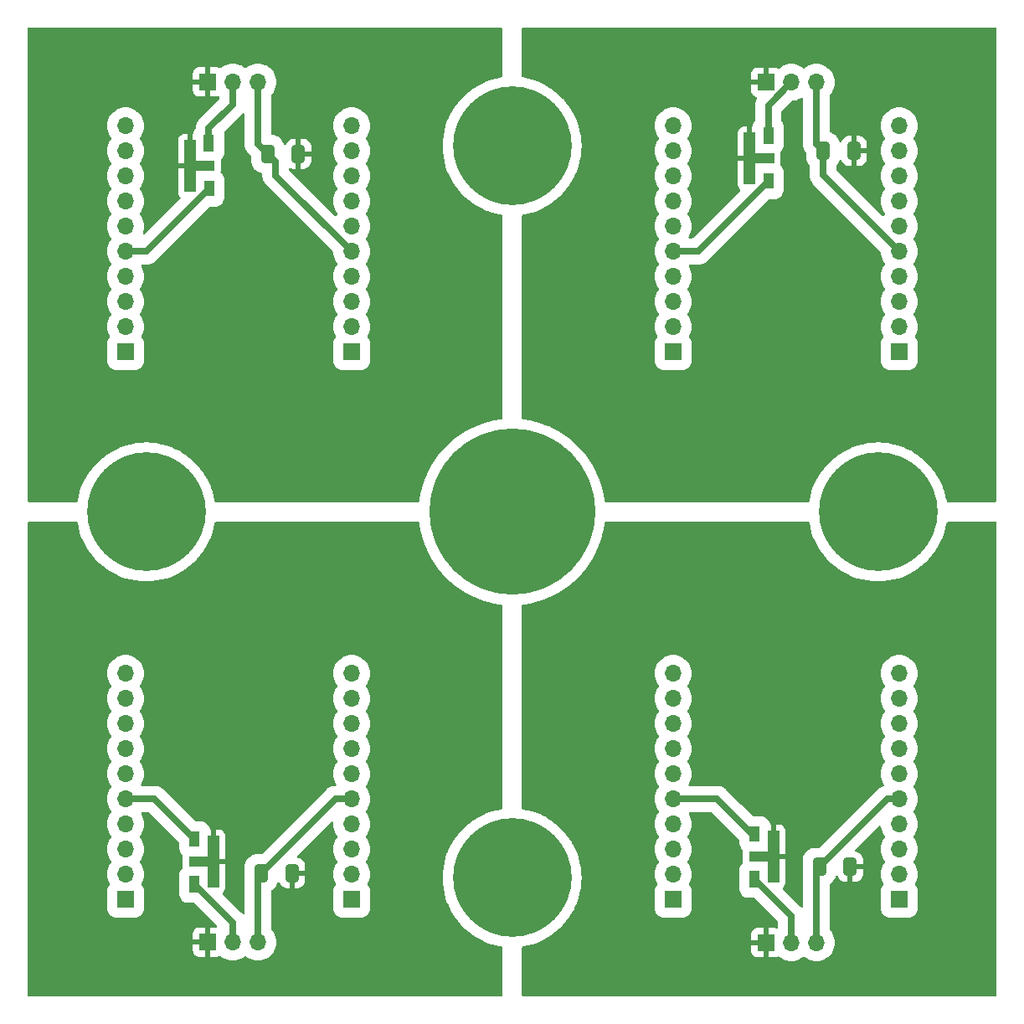
<source format=gbr>
%TF.GenerationSoftware,KiCad,Pcbnew,7.0.5-0*%
%TF.CreationDate,2023-08-23T11:20:48-04:00*%
%TF.ProjectId,quad_sipm,71756164-5f73-4697-906d-2e6b69636164,rev?*%
%TF.SameCoordinates,Original*%
%TF.FileFunction,Copper,L2,Bot*%
%TF.FilePolarity,Positive*%
%FSLAX46Y46*%
G04 Gerber Fmt 4.6, Leading zero omitted, Abs format (unit mm)*
G04 Created by KiCad (PCBNEW 7.0.5-0) date 2023-08-23 11:20:48*
%MOMM*%
%LPD*%
G01*
G04 APERTURE LIST*
G04 Aperture macros list*
%AMRoundRect*
0 Rectangle with rounded corners*
0 $1 Rounding radius*
0 $2 $3 $4 $5 $6 $7 $8 $9 X,Y pos of 4 corners*
0 Add a 4 corners polygon primitive as box body*
4,1,4,$2,$3,$4,$5,$6,$7,$8,$9,$2,$3,0*
0 Add four circle primitives for the rounded corners*
1,1,$1+$1,$2,$3*
1,1,$1+$1,$4,$5*
1,1,$1+$1,$6,$7*
1,1,$1+$1,$8,$9*
0 Add four rect primitives between the rounded corners*
20,1,$1+$1,$2,$3,$4,$5,0*
20,1,$1+$1,$4,$5,$6,$7,0*
20,1,$1+$1,$6,$7,$8,$9,0*
20,1,$1+$1,$8,$9,$2,$3,0*%
%AMFreePoly0*
4,1,5,0.508000,-1.498600,-0.508000,-1.498600,-0.508000,1.498600,0.508000,1.498600,0.508000,-1.498600,0.508000,-1.498600,$1*%
G04 Aperture macros list end*
%TA.AperFunction,ComponentPad*%
%ADD10C,16.800000*%
%TD*%
%TA.AperFunction,ComponentPad*%
%ADD11C,12.000000*%
%TD*%
%TA.AperFunction,ComponentPad*%
%ADD12R,1.700000X1.700000*%
%TD*%
%TA.AperFunction,ComponentPad*%
%ADD13O,1.700000X1.700000*%
%TD*%
%TA.AperFunction,SMDPad,CuDef*%
%ADD14RoundRect,0.250000X0.412500X0.650000X-0.412500X0.650000X-0.412500X-0.650000X0.412500X-0.650000X0*%
%TD*%
%TA.AperFunction,SMDPad,CuDef*%
%ADD15R,1.108800X1.625600*%
%TD*%
%TA.AperFunction,SMDPad,CuDef*%
%ADD16R,1.117600X1.727200*%
%TD*%
%TA.AperFunction,SMDPad,CuDef*%
%ADD17R,1.143000X5.207000*%
%TD*%
%TA.AperFunction,SMDPad,CuDef*%
%ADD18FreePoly0,90.000000*%
%TD*%
%TA.AperFunction,SMDPad,CuDef*%
%ADD19FreePoly0,270.000000*%
%TD*%
%TA.AperFunction,Conductor*%
%ADD20C,0.635000*%
%TD*%
G04 APERTURE END LIST*
D10*
%TO.P,H2,1*%
%TO.N,N/C*%
X100000000Y-100000000D03*
%TD*%
D11*
%TO.P,H3,1*%
%TO.N,N/C*%
X100000000Y-137000000D03*
%TD*%
%TO.P,H4,1*%
%TO.N,N/C*%
X137000000Y-100000000D03*
%TD*%
%TO.P,H5,1*%
%TO.N,N/C*%
X63000000Y-100000000D03*
%TD*%
%TO.P,H1,1*%
%TO.N,N/C*%
X100000000Y-63000000D03*
%TD*%
D12*
%TO.P,J7,1,Pin_1*%
%TO.N,unconnected-(J7-Pin_1-Pad1)*%
X139146000Y-83820000D03*
D13*
%TO.P,J7,2,Pin_2*%
%TO.N,unconnected-(J7-Pin_2-Pad2)*%
X139146000Y-81280000D03*
%TO.P,J7,3,Pin_3*%
%TO.N,unconnected-(J7-Pin_3-Pad3)*%
X139146000Y-78740000D03*
%TO.P,J7,4,Pin_4*%
%TO.N,unconnected-(J7-Pin_4-Pad4)*%
X139146000Y-76200000D03*
%TO.P,J7,5,Pin_5*%
%TO.N,Net-(J3-Pin_3)*%
X139146000Y-73660000D03*
%TO.P,J7,6,Pin_6*%
%TO.N,unconnected-(J7-Pin_6-Pad6)*%
X139146000Y-71120000D03*
%TO.P,J7,7,Pin_7*%
%TO.N,unconnected-(J7-Pin_7-Pad7)*%
X139146000Y-68580000D03*
%TO.P,J7,8,Pin_8*%
%TO.N,unconnected-(J7-Pin_8-Pad8)*%
X139146000Y-66040000D03*
%TO.P,J7,9,Pin_9*%
%TO.N,unconnected-(J7-Pin_9-Pad9)*%
X139146000Y-63500000D03*
%TO.P,J7,10,Pin_10*%
%TO.N,unconnected-(J7-Pin_10-Pad10)*%
X139146000Y-60960000D03*
D12*
%TO.P,J7,11,Pin_1*%
%TO.N,unconnected-(J7-Pin_1-Pad11)*%
X116286000Y-83820000D03*
D13*
%TO.P,J7,12,Pin_2*%
%TO.N,unconnected-(J7-Pin_2-Pad12)*%
X116286000Y-81280000D03*
%TO.P,J7,13,Pin_3*%
%TO.N,unconnected-(J7-Pin_3-Pad13)*%
X116286000Y-78740000D03*
%TO.P,J7,14,Pin_4*%
%TO.N,unconnected-(J7-Pin_4-Pad14)*%
X116286000Y-76200000D03*
%TO.P,J7,15,Pin_5*%
%TO.N,Net-(J7-Pin_5-Pad15)*%
X116286000Y-73660000D03*
%TO.P,J7,16,Pin_6*%
%TO.N,unconnected-(J7-Pin_6-Pad16)*%
X116286000Y-71120000D03*
%TO.P,J7,17,Pin_7*%
%TO.N,unconnected-(J7-Pin_7-Pad17)*%
X116286000Y-68580000D03*
%TO.P,J7,18,Pin_8*%
%TO.N,unconnected-(J7-Pin_8-Pad18)*%
X116286000Y-66040000D03*
%TO.P,J7,19,Pin_9*%
%TO.N,unconnected-(J7-Pin_9-Pad19)*%
X116286000Y-63500000D03*
%TO.P,J7,20,Pin_10*%
%TO.N,unconnected-(J7-Pin_10-Pad20)*%
X116286000Y-60960000D03*
%TD*%
D12*
%TO.P,J8,1,Pin_1*%
%TO.N,unconnected-(J8-Pin_1-Pad1)*%
X83774000Y-83820000D03*
D13*
%TO.P,J8,2,Pin_2*%
%TO.N,unconnected-(J8-Pin_2-Pad2)*%
X83774000Y-81280000D03*
%TO.P,J8,3,Pin_3*%
%TO.N,unconnected-(J8-Pin_3-Pad3)*%
X83774000Y-78740000D03*
%TO.P,J8,4,Pin_4*%
%TO.N,unconnected-(J8-Pin_4-Pad4)*%
X83774000Y-76200000D03*
%TO.P,J8,5,Pin_5*%
%TO.N,Net-(J4-Pin_3)*%
X83774000Y-73660000D03*
%TO.P,J8,6,Pin_6*%
%TO.N,unconnected-(J8-Pin_6-Pad6)*%
X83774000Y-71120000D03*
%TO.P,J8,7,Pin_7*%
%TO.N,unconnected-(J8-Pin_7-Pad7)*%
X83774000Y-68580000D03*
%TO.P,J8,8,Pin_8*%
%TO.N,unconnected-(J8-Pin_8-Pad8)*%
X83774000Y-66040000D03*
%TO.P,J8,9,Pin_9*%
%TO.N,unconnected-(J8-Pin_9-Pad9)*%
X83774000Y-63500000D03*
%TO.P,J8,10,Pin_10*%
%TO.N,unconnected-(J8-Pin_10-Pad10)*%
X83774000Y-60960000D03*
D12*
%TO.P,J8,11,Pin_1*%
%TO.N,unconnected-(J8-Pin_1-Pad11)*%
X60914000Y-83820000D03*
D13*
%TO.P,J8,12,Pin_2*%
%TO.N,unconnected-(J8-Pin_2-Pad12)*%
X60914000Y-81280000D03*
%TO.P,J8,13,Pin_3*%
%TO.N,unconnected-(J8-Pin_3-Pad13)*%
X60914000Y-78740000D03*
%TO.P,J8,14,Pin_4*%
%TO.N,unconnected-(J8-Pin_4-Pad14)*%
X60914000Y-76200000D03*
%TO.P,J8,15,Pin_5*%
%TO.N,Net-(J8-Pin_5-Pad15)*%
X60914000Y-73660000D03*
%TO.P,J8,16,Pin_6*%
%TO.N,unconnected-(J8-Pin_6-Pad16)*%
X60914000Y-71120000D03*
%TO.P,J8,17,Pin_7*%
%TO.N,unconnected-(J8-Pin_7-Pad17)*%
X60914000Y-68580000D03*
%TO.P,J8,18,Pin_8*%
%TO.N,unconnected-(J8-Pin_8-Pad18)*%
X60914000Y-66040000D03*
%TO.P,J8,19,Pin_9*%
%TO.N,unconnected-(J8-Pin_9-Pad19)*%
X60914000Y-63500000D03*
%TO.P,J8,20,Pin_10*%
%TO.N,unconnected-(J8-Pin_10-Pad20)*%
X60914000Y-60960000D03*
%TD*%
D12*
%TO.P,J6,1,Pin_1*%
%TO.N,unconnected-(J6-Pin_1-Pad1)*%
X83774000Y-139192000D03*
D13*
%TO.P,J6,2,Pin_2*%
%TO.N,unconnected-(J6-Pin_2-Pad2)*%
X83774000Y-136652000D03*
%TO.P,J6,3,Pin_3*%
%TO.N,unconnected-(J6-Pin_3-Pad3)*%
X83774000Y-134112000D03*
%TO.P,J6,4,Pin_4*%
%TO.N,unconnected-(J6-Pin_4-Pad4)*%
X83774000Y-131572000D03*
%TO.P,J6,5,Pin_5*%
%TO.N,Net-(J2-Pin_3)*%
X83774000Y-129032000D03*
%TO.P,J6,6,Pin_6*%
%TO.N,unconnected-(J6-Pin_6-Pad6)*%
X83774000Y-126492000D03*
%TO.P,J6,7,Pin_7*%
%TO.N,unconnected-(J6-Pin_7-Pad7)*%
X83774000Y-123952000D03*
%TO.P,J6,8,Pin_8*%
%TO.N,unconnected-(J6-Pin_8-Pad8)*%
X83774000Y-121412000D03*
%TO.P,J6,9,Pin_9*%
%TO.N,unconnected-(J6-Pin_9-Pad9)*%
X83774000Y-118872000D03*
%TO.P,J6,10,Pin_10*%
%TO.N,unconnected-(J6-Pin_10-Pad10)*%
X83774000Y-116332000D03*
D12*
%TO.P,J6,11,Pin_1*%
%TO.N,unconnected-(J6-Pin_1-Pad11)*%
X60914000Y-139192000D03*
D13*
%TO.P,J6,12,Pin_2*%
%TO.N,unconnected-(J6-Pin_2-Pad12)*%
X60914000Y-136652000D03*
%TO.P,J6,13,Pin_3*%
%TO.N,unconnected-(J6-Pin_3-Pad13)*%
X60914000Y-134112000D03*
%TO.P,J6,14,Pin_4*%
%TO.N,unconnected-(J6-Pin_4-Pad14)*%
X60914000Y-131572000D03*
%TO.P,J6,15,Pin_5*%
%TO.N,Net-(J6-Pin_5-Pad15)*%
X60914000Y-129032000D03*
%TO.P,J6,16,Pin_6*%
%TO.N,unconnected-(J6-Pin_6-Pad16)*%
X60914000Y-126492000D03*
%TO.P,J6,17,Pin_7*%
%TO.N,unconnected-(J6-Pin_7-Pad17)*%
X60914000Y-123952000D03*
%TO.P,J6,18,Pin_8*%
%TO.N,unconnected-(J6-Pin_8-Pad18)*%
X60914000Y-121412000D03*
%TO.P,J6,19,Pin_9*%
%TO.N,unconnected-(J6-Pin_9-Pad19)*%
X60914000Y-118872000D03*
%TO.P,J6,20,Pin_10*%
%TO.N,unconnected-(J6-Pin_10-Pad20)*%
X60914000Y-116332000D03*
%TD*%
D12*
%TO.P,J5,1,Pin_1*%
%TO.N,unconnected-(J5-Pin_1-Pad1)*%
X139146000Y-139192000D03*
D13*
%TO.P,J5,2,Pin_2*%
%TO.N,unconnected-(J5-Pin_2-Pad2)*%
X139146000Y-136652000D03*
%TO.P,J5,3,Pin_3*%
%TO.N,unconnected-(J5-Pin_3-Pad3)*%
X139146000Y-134112000D03*
%TO.P,J5,4,Pin_4*%
%TO.N,unconnected-(J5-Pin_4-Pad4)*%
X139146000Y-131572000D03*
%TO.P,J5,5,Pin_5*%
%TO.N,Net-(J1-Pin_3)*%
X139146000Y-129032000D03*
%TO.P,J5,6,Pin_6*%
%TO.N,unconnected-(J5-Pin_6-Pad6)*%
X139146000Y-126492000D03*
%TO.P,J5,7,Pin_7*%
%TO.N,unconnected-(J5-Pin_7-Pad7)*%
X139146000Y-123952000D03*
%TO.P,J5,8,Pin_8*%
%TO.N,unconnected-(J5-Pin_8-Pad8)*%
X139146000Y-121412000D03*
%TO.P,J5,9,Pin_9*%
%TO.N,unconnected-(J5-Pin_9-Pad9)*%
X139146000Y-118872000D03*
%TO.P,J5,10,Pin_10*%
%TO.N,unconnected-(J5-Pin_10-Pad10)*%
X139146000Y-116332000D03*
D12*
%TO.P,J5,11,Pin_1*%
%TO.N,unconnected-(J5-Pin_1-Pad11)*%
X116286000Y-139192000D03*
D13*
%TO.P,J5,12,Pin_2*%
%TO.N,unconnected-(J5-Pin_2-Pad12)*%
X116286000Y-136652000D03*
%TO.P,J5,13,Pin_3*%
%TO.N,unconnected-(J5-Pin_3-Pad13)*%
X116286000Y-134112000D03*
%TO.P,J5,14,Pin_4*%
%TO.N,unconnected-(J5-Pin_4-Pad14)*%
X116286000Y-131572000D03*
%TO.P,J5,15,Pin_5*%
%TO.N,Net-(J5-Pin_5-Pad15)*%
X116286000Y-129032000D03*
%TO.P,J5,16,Pin_6*%
%TO.N,unconnected-(J5-Pin_6-Pad16)*%
X116286000Y-126492000D03*
%TO.P,J5,17,Pin_7*%
%TO.N,unconnected-(J5-Pin_7-Pad17)*%
X116286000Y-123952000D03*
%TO.P,J5,18,Pin_8*%
%TO.N,unconnected-(J5-Pin_8-Pad18)*%
X116286000Y-121412000D03*
%TO.P,J5,19,Pin_9*%
%TO.N,unconnected-(J5-Pin_9-Pad19)*%
X116286000Y-118872000D03*
%TO.P,J5,20,Pin_10*%
%TO.N,unconnected-(J5-Pin_10-Pad20)*%
X116286000Y-116332000D03*
%TD*%
D12*
%TO.P,J1,1,Pin_1*%
%TO.N,Net-(J1-Pin_1)*%
X125685000Y-143555000D03*
D13*
%TO.P,J1,2,Pin_2*%
%TO.N,Net-(J1-Pin_2)*%
X128225000Y-143555000D03*
%TO.P,J1,3,Pin_3*%
%TO.N,Net-(J1-Pin_3)*%
X130765000Y-143555000D03*
%TD*%
D14*
%TO.P,C4,1*%
%TO.N,Net-(J4-Pin_1)*%
X78397500Y-63792500D03*
%TO.P,C4,2*%
%TO.N,Net-(J4-Pin_3)*%
X75272500Y-63792500D03*
%TD*%
D12*
%TO.P,J3,1,Pin_1*%
%TO.N,Net-(J3-Pin_1)*%
X125685000Y-56560000D03*
D13*
%TO.P,J3,2,Pin_2*%
%TO.N,Net-(J3-Pin_2)*%
X128225000Y-56560000D03*
%TO.P,J3,3,Pin_3*%
%TO.N,Net-(J3-Pin_3)*%
X130765000Y-56560000D03*
%TD*%
D12*
%TO.P,J4,1,Pin_1*%
%TO.N,Net-(J4-Pin_1)*%
X69215000Y-56515000D03*
D13*
%TO.P,J4,2,Pin_2*%
%TO.N,Net-(J4-Pin_2)*%
X71755000Y-56515000D03*
%TO.P,J4,3,Pin_3*%
%TO.N,Net-(J4-Pin_3)*%
X74295000Y-56515000D03*
%TD*%
D14*
%TO.P,C3,1*%
%TO.N,Net-(J3-Pin_1)*%
X134570000Y-63500000D03*
%TO.P,C3,2*%
%TO.N,Net-(J3-Pin_3)*%
X131445000Y-63500000D03*
%TD*%
D12*
%TO.P,J2,1,Pin_1*%
%TO.N,Net-(J2-Pin_1)*%
X69215000Y-143510000D03*
D13*
%TO.P,J2,2,Pin_2*%
%TO.N,Net-(J2-Pin_2)*%
X71755000Y-143510000D03*
%TO.P,J2,3,Pin_3*%
%TO.N,Net-(J2-Pin_3)*%
X74295000Y-143510000D03*
%TD*%
D14*
%TO.P,C1,1*%
%TO.N,Net-(J1-Pin_1)*%
X134189000Y-135890000D03*
%TO.P,C1,2*%
%TO.N,Net-(J1-Pin_3)*%
X131064000Y-135890000D03*
%TD*%
%TO.P,C2,1*%
%TO.N,Net-(J2-Pin_1)*%
X77762500Y-136525000D03*
%TO.P,C2,2*%
%TO.N,Net-(J2-Pin_3)*%
X74637500Y-136525000D03*
%TD*%
D15*
%TO.P,U4,1*%
%TO.N,Net-(J8-Pin_5-Pad15)*%
X69342000Y-67310000D03*
D16*
%TO.P,U4,2*%
%TO.N,Net-(J4-Pin_2)*%
X69337600Y-62738000D03*
D17*
%TO.P,U4,3,G*%
%TO.N,Net-(J4-Pin_1)*%
X67445300Y-65036700D03*
D18*
X68397800Y-65024000D03*
%TD*%
D15*
%TO.P,U1,1*%
%TO.N,Net-(J6-Pin_5-Pad15)*%
X67889800Y-133096000D03*
D16*
%TO.P,U1,2*%
%TO.N,Net-(J2-Pin_2)*%
X67894200Y-137668000D03*
D17*
%TO.P,U1,3,G*%
%TO.N,Net-(J2-Pin_1)*%
X69786500Y-135369300D03*
D19*
X68834000Y-135382000D03*
%TD*%
D15*
%TO.P,U2,1*%
%TO.N,Net-(J5-Pin_5-Pad15)*%
X124531800Y-132588000D03*
D16*
%TO.P,U2,2*%
%TO.N,Net-(J1-Pin_2)*%
X124536200Y-137160000D03*
D17*
%TO.P,U2,3,G*%
%TO.N,Net-(J1-Pin_1)*%
X126428500Y-134861300D03*
D19*
X125476000Y-134874000D03*
%TD*%
D15*
%TO.P,U3,1*%
%TO.N,Net-(J7-Pin_5-Pad15)*%
X125912200Y-66548000D03*
D16*
%TO.P,U3,2*%
%TO.N,Net-(J3-Pin_2)*%
X125907800Y-61976000D03*
D17*
%TO.P,U3,3,G*%
%TO.N,Net-(J3-Pin_1)*%
X124015500Y-64274700D03*
D18*
X124968000Y-64262000D03*
%TD*%
D20*
%TO.N,Net-(J3-Pin_3)*%
X130765000Y-62820000D02*
X131445000Y-63500000D01*
X131445000Y-65959000D02*
X131445000Y-63500000D01*
%TO.N,Net-(J2-Pin_2)*%
X71755000Y-141528800D02*
X67894200Y-137668000D01*
X71755000Y-143510000D02*
X71755000Y-141528800D01*
%TO.N,Net-(J3-Pin_2)*%
X125907800Y-58877200D02*
X128225000Y-56560000D01*
X125907800Y-61976000D02*
X125907800Y-58877200D01*
%TO.N,Net-(J4-Pin_2)*%
X71755000Y-58801000D02*
X71755000Y-56515000D01*
X69337600Y-62738000D02*
X69337600Y-61218400D01*
X69337600Y-61218400D02*
X71755000Y-58801000D01*
%TO.N,Net-(J1-Pin_2)*%
X128225000Y-140848800D02*
X124536200Y-137160000D01*
X128225000Y-143555000D02*
X128225000Y-140848800D01*
%TO.N,Net-(J1-Pin_3)*%
X139146000Y-129032000D02*
X137922000Y-129032000D01*
X137922000Y-129032000D02*
X131064000Y-135890000D01*
X130765000Y-136189000D02*
X131064000Y-135890000D01*
X130765000Y-143555000D02*
X130765000Y-136189000D01*
%TO.N,Net-(J2-Pin_3)*%
X74295000Y-136867500D02*
X74295000Y-143510000D01*
X83774000Y-129032000D02*
X82130500Y-129032000D01*
X74637500Y-136525000D02*
X74295000Y-136867500D01*
X82130500Y-129032000D02*
X74637500Y-136525000D01*
%TO.N,Net-(J3-Pin_3)*%
X130765000Y-56560000D02*
X130765000Y-62820000D01*
X131445000Y-65959000D02*
X139146000Y-73660000D01*
%TO.N,Net-(J4-Pin_3)*%
X74295000Y-56515000D02*
X74295000Y-62815000D01*
X76090000Y-64610000D02*
X75272500Y-63792500D01*
X76090000Y-65976000D02*
X76090000Y-64610000D01*
X83774000Y-73660000D02*
X76090000Y-65976000D01*
X74295000Y-62815000D02*
X75272500Y-63792500D01*
%TO.N,Net-(J5-Pin_5-Pad15)*%
X116286000Y-129032000D02*
X120721800Y-129032000D01*
X120721800Y-129032000D02*
X124531800Y-132842000D01*
%TO.N,Net-(J6-Pin_5-Pad15)*%
X63825800Y-129032000D02*
X67889800Y-133096000D01*
X60914000Y-129032000D02*
X63825800Y-129032000D01*
%TO.N,Net-(J7-Pin_5-Pad15)*%
X118800200Y-73660000D02*
X125912200Y-66548000D01*
X116286000Y-73660000D02*
X118800200Y-73660000D01*
%TO.N,Net-(J8-Pin_5-Pad15)*%
X62992000Y-73660000D02*
X69342000Y-67310000D01*
X60914000Y-73660000D02*
X62992000Y-73660000D01*
%TD*%
%TA.AperFunction,Conductor*%
%TO.N,Net-(J3-Pin_1)*%
G36*
X148942121Y-51020002D02*
G01*
X148988614Y-51073658D01*
X149000000Y-51126000D01*
X149000000Y-98874000D01*
X148979998Y-98942121D01*
X148926342Y-98988614D01*
X148874000Y-99000000D01*
X144056178Y-99000000D01*
X143988057Y-98979998D01*
X143941564Y-98926342D01*
X143932375Y-98897425D01*
X143897659Y-98713953D01*
X143845369Y-98437589D01*
X143709468Y-97930403D01*
X143580392Y-97561525D01*
X143536049Y-97434799D01*
X143536048Y-97434798D01*
X143536046Y-97434791D01*
X143326072Y-96953524D01*
X143326069Y-96953519D01*
X143326062Y-96953503D01*
X143171250Y-96660588D01*
X143080719Y-96489295D01*
X143080709Y-96489279D01*
X142801366Y-96044706D01*
X142801354Y-96044689D01*
X142489561Y-95622224D01*
X142489548Y-95622208D01*
X142147067Y-95224239D01*
X142147058Y-95224228D01*
X142147045Y-95224215D01*
X142147034Y-95224203D01*
X141775796Y-94852965D01*
X141775784Y-94852954D01*
X141775772Y-94852942D01*
X141674361Y-94765671D01*
X141377791Y-94510451D01*
X141377775Y-94510438D01*
X140955310Y-94198645D01*
X140955293Y-94198633D01*
X140510720Y-93919290D01*
X140510712Y-93919285D01*
X140510705Y-93919281D01*
X140465089Y-93895172D01*
X140046496Y-93673937D01*
X140046470Y-93673925D01*
X139862513Y-93593666D01*
X139565209Y-93463954D01*
X139565202Y-93463951D01*
X139565200Y-93463950D01*
X139069605Y-93290534D01*
X138562412Y-93154631D01*
X138046487Y-93057013D01*
X137524711Y-92998222D01*
X137000000Y-92978590D01*
X136475288Y-92998222D01*
X135953512Y-93057013D01*
X135437587Y-93154631D01*
X134930394Y-93290534D01*
X134434799Y-93463950D01*
X134434796Y-93463952D01*
X133953529Y-93673925D01*
X133953503Y-93673937D01*
X133489300Y-93919278D01*
X133489279Y-93919290D01*
X133044706Y-94198633D01*
X133044689Y-94198645D01*
X132622224Y-94510438D01*
X132622208Y-94510451D01*
X132224239Y-94852932D01*
X132224203Y-94852965D01*
X131852965Y-95224203D01*
X131852932Y-95224239D01*
X131510451Y-95622208D01*
X131510438Y-95622224D01*
X131198645Y-96044689D01*
X131198633Y-96044706D01*
X130919290Y-96489279D01*
X130919278Y-96489300D01*
X130673937Y-96953503D01*
X130673925Y-96953529D01*
X130463952Y-97434796D01*
X130463950Y-97434799D01*
X130290534Y-97930394D01*
X130154631Y-98437587D01*
X130067625Y-98897425D01*
X130035308Y-98960639D01*
X129973944Y-98996347D01*
X129943822Y-99000000D01*
X109477770Y-99000000D01*
X109409649Y-98979998D01*
X109363156Y-98926342D01*
X109352377Y-98886350D01*
X109340942Y-98770251D01*
X109340941Y-98770249D01*
X109340941Y-98770242D01*
X109240512Y-98161948D01*
X109186523Y-97930403D01*
X109100512Y-97561520D01*
X108921547Y-96971555D01*
X108921545Y-96971547D01*
X108740040Y-96489300D01*
X108704372Y-96394531D01*
X108449926Y-95832958D01*
X108159296Y-95289228D01*
X107833728Y-94765671D01*
X107474613Y-94264527D01*
X107083492Y-93787944D01*
X106662038Y-93337962D01*
X106212056Y-92916508D01*
X105735473Y-92525387D01*
X105234329Y-92166272D01*
X104710772Y-91840704D01*
X104710771Y-91840703D01*
X104167054Y-91550080D01*
X104167037Y-91550071D01*
X103754548Y-91363174D01*
X103605469Y-91295628D01*
X103605464Y-91295626D01*
X103028452Y-91078454D01*
X103028444Y-91078452D01*
X102438479Y-90899487D01*
X101838066Y-90759490D01*
X101229760Y-90659059D01*
X101113649Y-90647622D01*
X101047817Y-90621039D01*
X101006807Y-90563084D01*
X101000000Y-90522229D01*
X101000000Y-81280000D01*
X114414732Y-81280000D01*
X114433779Y-81546312D01*
X114490529Y-81807188D01*
X114490529Y-81807189D01*
X114583832Y-82057346D01*
X114583837Y-82057357D01*
X114657426Y-82192128D01*
X114672517Y-82261502D01*
X114647705Y-82328022D01*
X114644239Y-82332444D01*
X114586722Y-82402529D01*
X114586721Y-82402531D01*
X114492334Y-82579116D01*
X114492332Y-82579122D01*
X114434206Y-82770736D01*
X114434206Y-82770739D01*
X114419500Y-82920057D01*
X114419500Y-84719942D01*
X114434206Y-84869260D01*
X114434206Y-84869263D01*
X114492332Y-85060877D01*
X114492334Y-85060883D01*
X114586720Y-85237466D01*
X114586722Y-85237469D01*
X114713748Y-85392252D01*
X114868531Y-85519278D01*
X115045120Y-85613667D01*
X115236731Y-85671792D01*
X115236736Y-85671792D01*
X115236738Y-85671793D01*
X115346069Y-85682560D01*
X115386066Y-85686500D01*
X115386075Y-85686500D01*
X117185925Y-85686500D01*
X117185934Y-85686500D01*
X117283179Y-85676922D01*
X117335260Y-85671793D01*
X117335263Y-85671793D01*
X117335264Y-85671792D01*
X117335269Y-85671792D01*
X117526880Y-85613667D01*
X117703469Y-85519278D01*
X117858252Y-85392252D01*
X117985278Y-85237469D01*
X118079667Y-85060880D01*
X118137792Y-84869269D01*
X118152500Y-84719934D01*
X118152500Y-82920066D01*
X118137793Y-82770739D01*
X118137793Y-82770736D01*
X118137792Y-82770733D01*
X118137792Y-82770731D01*
X118079667Y-82579120D01*
X117985278Y-82402531D01*
X117927759Y-82332444D01*
X117900007Y-82267097D01*
X117911989Y-82197119D01*
X117914572Y-82192128D01*
X117988165Y-82057353D01*
X118081468Y-81807197D01*
X118138221Y-81546309D01*
X118157268Y-81280000D01*
X118138221Y-81013691D01*
X118081468Y-80752803D01*
X117988165Y-80502647D01*
X117860211Y-80268316D01*
X117723362Y-80085508D01*
X117698552Y-80018989D01*
X117713643Y-79949615D01*
X117723363Y-79934491D01*
X117860211Y-79751684D01*
X117988165Y-79517353D01*
X118081468Y-79267197D01*
X118138221Y-79006309D01*
X118157268Y-78740000D01*
X118138221Y-78473691D01*
X118081468Y-78212803D01*
X117988165Y-77962647D01*
X117860211Y-77728316D01*
X117723362Y-77545508D01*
X117698552Y-77478989D01*
X117713643Y-77409615D01*
X117723363Y-77394491D01*
X117860211Y-77211684D01*
X117988165Y-76977353D01*
X118081468Y-76727197D01*
X118138221Y-76466309D01*
X118157268Y-76200000D01*
X118138221Y-75933691D01*
X118081468Y-75672803D01*
X117988165Y-75422647D01*
X117860211Y-75188316D01*
X117860208Y-75188312D01*
X117860092Y-75188131D01*
X117860071Y-75188060D01*
X117858054Y-75184366D01*
X117858857Y-75183927D01*
X117840083Y-75120013D01*
X117860078Y-75051890D01*
X117913729Y-75005392D01*
X117966083Y-74994000D01*
X118916907Y-74994000D01*
X118916910Y-74994000D01*
X118971782Y-74984324D01*
X118977214Y-74983609D01*
X119032732Y-74978752D01*
X119086574Y-74964324D01*
X119091892Y-74963145D01*
X119141260Y-74954440D01*
X119146778Y-74953468D01*
X119146779Y-74953468D01*
X119146780Y-74953467D01*
X119146783Y-74953467D01*
X119199135Y-74934411D01*
X119204375Y-74932760D01*
X119258198Y-74918339D01*
X119308691Y-74894792D01*
X119313752Y-74892695D01*
X119366127Y-74873634D01*
X119414408Y-74845757D01*
X119419242Y-74843241D01*
X119469748Y-74819691D01*
X119515397Y-74787725D01*
X119519994Y-74784797D01*
X119568274Y-74756923D01*
X119610968Y-74721096D01*
X119615311Y-74717765D01*
X119660954Y-74685807D01*
X119843727Y-74503034D01*
X119843729Y-74503031D01*
X125932555Y-68414204D01*
X125994867Y-68380179D01*
X126021650Y-68377300D01*
X126516525Y-68377300D01*
X126516534Y-68377300D01*
X126613779Y-68367722D01*
X126665860Y-68362593D01*
X126665863Y-68362593D01*
X126665864Y-68362592D01*
X126665869Y-68362592D01*
X126857480Y-68304467D01*
X127034069Y-68210078D01*
X127188852Y-68083052D01*
X127315878Y-67928269D01*
X127410267Y-67751680D01*
X127468392Y-67560069D01*
X127483100Y-67410734D01*
X127483100Y-65685266D01*
X127468393Y-65535939D01*
X127468393Y-65535936D01*
X127468392Y-65535933D01*
X127468392Y-65535931D01*
X127410267Y-65344320D01*
X127315878Y-65167731D01*
X127188852Y-65012948D01*
X127140354Y-64973147D01*
X127100386Y-64914471D01*
X127095282Y-64859954D01*
X127106646Y-64770010D01*
X127106647Y-64769997D01*
X127106647Y-63754000D01*
X127106646Y-63753982D01*
X127105383Y-63713809D01*
X127104840Y-63708885D01*
X127106273Y-63708726D01*
X127112525Y-63644516D01*
X127149477Y-63594165D01*
X127188852Y-63561852D01*
X127315878Y-63407069D01*
X127410267Y-63230480D01*
X127468392Y-63038869D01*
X127483100Y-62889534D01*
X127483100Y-61062466D01*
X127470092Y-60930394D01*
X127468393Y-60913139D01*
X127468393Y-60913136D01*
X127468392Y-60913133D01*
X127468392Y-60913131D01*
X127410267Y-60721520D01*
X127315878Y-60544931D01*
X127315877Y-60544929D01*
X127270399Y-60489513D01*
X127242647Y-60424165D01*
X127241800Y-60409581D01*
X127241800Y-59481950D01*
X127261802Y-59413829D01*
X127278699Y-59392860D01*
X128208242Y-58463317D01*
X128270551Y-58429295D01*
X128288338Y-58426737D01*
X128491309Y-58412221D01*
X128752188Y-58355470D01*
X128752189Y-58355470D01*
X128752190Y-58355469D01*
X128752197Y-58355468D01*
X129002353Y-58262165D01*
X129236684Y-58134211D01*
X129236690Y-58134206D01*
X129236874Y-58134089D01*
X129236945Y-58134067D01*
X129240634Y-58132054D01*
X129241072Y-58132856D01*
X129304994Y-58114084D01*
X129373116Y-58134084D01*
X129419611Y-58187737D01*
X129430999Y-58240084D01*
X129431000Y-62703290D01*
X129431000Y-62936710D01*
X129440673Y-62991578D01*
X129441391Y-62997027D01*
X129446247Y-63052532D01*
X129460667Y-63106348D01*
X129461857Y-63111714D01*
X129471533Y-63166583D01*
X129490584Y-63218928D01*
X129492237Y-63224170D01*
X129506658Y-63277990D01*
X129506664Y-63278005D01*
X129530203Y-63328485D01*
X129532307Y-63333564D01*
X129551365Y-63385926D01*
X129579227Y-63434184D01*
X129581765Y-63439060D01*
X129605309Y-63489548D01*
X129605311Y-63489550D01*
X129605312Y-63489553D01*
X129620419Y-63511128D01*
X129637262Y-63535182D01*
X129640208Y-63539805D01*
X129668077Y-63588074D01*
X129673185Y-63594162D01*
X129703887Y-63630750D01*
X129707235Y-63635113D01*
X129742349Y-63685261D01*
X129740456Y-63686586D01*
X129764980Y-63742559D01*
X129766000Y-63758560D01*
X129766000Y-64215042D01*
X129776537Y-64348925D01*
X129776537Y-64348928D01*
X129776538Y-64348929D01*
X129832239Y-64569985D01*
X129832242Y-64569994D01*
X129926518Y-64777549D01*
X129926520Y-64777552D01*
X129926521Y-64777554D01*
X130056348Y-64964950D01*
X130074094Y-64982696D01*
X130108120Y-65045006D01*
X130111000Y-65071792D01*
X130111000Y-66075710D01*
X130120673Y-66130578D01*
X130121391Y-66136027D01*
X130126247Y-66191532D01*
X130140667Y-66245348D01*
X130141857Y-66250714D01*
X130151533Y-66305583D01*
X130170584Y-66357928D01*
X130172237Y-66363170D01*
X130186658Y-66416990D01*
X130186664Y-66417005D01*
X130210203Y-66467485D01*
X130212307Y-66472564D01*
X130231365Y-66524926D01*
X130259227Y-66573184D01*
X130261765Y-66578060D01*
X130285309Y-66628548D01*
X130285311Y-66628550D01*
X130285312Y-66628553D01*
X130300419Y-66650128D01*
X130317262Y-66674182D01*
X130320212Y-66678811D01*
X130348076Y-66727073D01*
X130348077Y-66727074D01*
X130383887Y-66769750D01*
X130387235Y-66774113D01*
X130419193Y-66819754D01*
X130442808Y-66843368D01*
X130442813Y-66843375D01*
X137242678Y-73643239D01*
X137276704Y-73705551D01*
X137279262Y-73723345D01*
X137293779Y-73926312D01*
X137350529Y-74187188D01*
X137350529Y-74187189D01*
X137443834Y-74437352D01*
X137443835Y-74437353D01*
X137571789Y-74671684D01*
X137658665Y-74787736D01*
X137708636Y-74854490D01*
X137733447Y-74921010D01*
X137718356Y-74990384D01*
X137708637Y-75005507D01*
X137571788Y-75188317D01*
X137443834Y-75422647D01*
X137350529Y-75672810D01*
X137350529Y-75672811D01*
X137293779Y-75933687D01*
X137274732Y-76200000D01*
X137293779Y-76466312D01*
X137350529Y-76727188D01*
X137350529Y-76727189D01*
X137443834Y-76977352D01*
X137443835Y-76977353D01*
X137571789Y-77211684D01*
X137637657Y-77299673D01*
X137708636Y-77394491D01*
X137733447Y-77461012D01*
X137718355Y-77530386D01*
X137708636Y-77545509D01*
X137571789Y-77728316D01*
X137443834Y-77962647D01*
X137350529Y-78212810D01*
X137350529Y-78212811D01*
X137293779Y-78473687D01*
X137274732Y-78739999D01*
X137293779Y-79006312D01*
X137350529Y-79267188D01*
X137350529Y-79267189D01*
X137443834Y-79517352D01*
X137443835Y-79517353D01*
X137571789Y-79751684D01*
X137637657Y-79839673D01*
X137708636Y-79934491D01*
X137733447Y-80001012D01*
X137718355Y-80070386D01*
X137708636Y-80085509D01*
X137571789Y-80268316D01*
X137443834Y-80502647D01*
X137350529Y-80752810D01*
X137350529Y-80752811D01*
X137293779Y-81013687D01*
X137274732Y-81280000D01*
X137293779Y-81546312D01*
X137350529Y-81807188D01*
X137350529Y-81807189D01*
X137443832Y-82057346D01*
X137443837Y-82057357D01*
X137517426Y-82192128D01*
X137532517Y-82261502D01*
X137507705Y-82328022D01*
X137504239Y-82332444D01*
X137446722Y-82402529D01*
X137446721Y-82402531D01*
X137352334Y-82579116D01*
X137352332Y-82579122D01*
X137294206Y-82770736D01*
X137294206Y-82770739D01*
X137279500Y-82920057D01*
X137279500Y-84719942D01*
X137294206Y-84869260D01*
X137294206Y-84869263D01*
X137352332Y-85060877D01*
X137352334Y-85060883D01*
X137446720Y-85237466D01*
X137446722Y-85237469D01*
X137573748Y-85392252D01*
X137728531Y-85519278D01*
X137905120Y-85613667D01*
X138096731Y-85671792D01*
X138096736Y-85671792D01*
X138096738Y-85671793D01*
X138206069Y-85682560D01*
X138246066Y-85686500D01*
X138246075Y-85686500D01*
X140045925Y-85686500D01*
X140045934Y-85686500D01*
X140143179Y-85676922D01*
X140195260Y-85671793D01*
X140195263Y-85671793D01*
X140195264Y-85671792D01*
X140195269Y-85671792D01*
X140386880Y-85613667D01*
X140563469Y-85519278D01*
X140718252Y-85392252D01*
X140845278Y-85237469D01*
X140939667Y-85060880D01*
X140997792Y-84869269D01*
X141012500Y-84719934D01*
X141012500Y-82920066D01*
X140997793Y-82770739D01*
X140997793Y-82770736D01*
X140997792Y-82770733D01*
X140997792Y-82770731D01*
X140939667Y-82579120D01*
X140845278Y-82402531D01*
X140787759Y-82332444D01*
X140760007Y-82267097D01*
X140771989Y-82197119D01*
X140774572Y-82192128D01*
X140848165Y-82057353D01*
X140941468Y-81807197D01*
X140998221Y-81546309D01*
X141017268Y-81280000D01*
X140998221Y-81013691D01*
X140941468Y-80752803D01*
X140848165Y-80502647D01*
X140720211Y-80268316D01*
X140583362Y-80085508D01*
X140558552Y-80018989D01*
X140573643Y-79949615D01*
X140583363Y-79934491D01*
X140720211Y-79751684D01*
X140848165Y-79517353D01*
X140941468Y-79267197D01*
X140998221Y-79006309D01*
X141017268Y-78740000D01*
X140998221Y-78473691D01*
X140941468Y-78212803D01*
X140848165Y-77962647D01*
X140720211Y-77728316D01*
X140583362Y-77545508D01*
X140558552Y-77478989D01*
X140573643Y-77409615D01*
X140583363Y-77394491D01*
X140720211Y-77211684D01*
X140848165Y-76977353D01*
X140941468Y-76727197D01*
X140998221Y-76466309D01*
X141017268Y-76200000D01*
X140998221Y-75933691D01*
X140941468Y-75672803D01*
X140848165Y-75422647D01*
X140720211Y-75188316D01*
X140583362Y-75005507D01*
X140558552Y-74938989D01*
X140573643Y-74869615D01*
X140583363Y-74854491D01*
X140633335Y-74787736D01*
X140720211Y-74671684D01*
X140848165Y-74437353D01*
X140941468Y-74187197D01*
X140998221Y-73926309D01*
X141017268Y-73660000D01*
X140998221Y-73393691D01*
X140941468Y-73132803D01*
X140848165Y-72882647D01*
X140720211Y-72648316D01*
X140583362Y-72465508D01*
X140558552Y-72398989D01*
X140573643Y-72329615D01*
X140583363Y-72314491D01*
X140629887Y-72252342D01*
X140720211Y-72131684D01*
X140848165Y-71897353D01*
X140941468Y-71647197D01*
X140998221Y-71386309D01*
X141017268Y-71120000D01*
X140998221Y-70853691D01*
X140941468Y-70592803D01*
X140848165Y-70342647D01*
X140720211Y-70108316D01*
X140583362Y-69925508D01*
X140558552Y-69858989D01*
X140573643Y-69789615D01*
X140583363Y-69774491D01*
X140583364Y-69774490D01*
X140720211Y-69591684D01*
X140848165Y-69357353D01*
X140941468Y-69107197D01*
X140998221Y-68846309D01*
X141017268Y-68580000D01*
X140998221Y-68313691D01*
X140961967Y-68147034D01*
X140941470Y-68052811D01*
X140941470Y-68052810D01*
X140941468Y-68052806D01*
X140941468Y-68052803D01*
X140848165Y-67802647D01*
X140720211Y-67568316D01*
X140583362Y-67385508D01*
X140558552Y-67318989D01*
X140573643Y-67249615D01*
X140583363Y-67234491D01*
X140720211Y-67051684D01*
X140848165Y-66817353D01*
X140941468Y-66567197D01*
X140998221Y-66306309D01*
X141017268Y-66040000D01*
X140998221Y-65773691D01*
X140952867Y-65565203D01*
X140941470Y-65512811D01*
X140941470Y-65512810D01*
X140941468Y-65512806D01*
X140941468Y-65512803D01*
X140848165Y-65262647D01*
X140720211Y-65028316D01*
X140594177Y-64859954D01*
X140583363Y-64845508D01*
X140558552Y-64778988D01*
X140573644Y-64709613D01*
X140583357Y-64694498D01*
X140720211Y-64511684D01*
X140848165Y-64277353D01*
X140941468Y-64027197D01*
X140998221Y-63766309D01*
X141017268Y-63500000D01*
X140998221Y-63233691D01*
X140955838Y-63038860D01*
X140941470Y-62972811D01*
X140941470Y-62972810D01*
X140941468Y-62972806D01*
X140941468Y-62972803D01*
X140848165Y-62722647D01*
X140720211Y-62488316D01*
X140583362Y-62305508D01*
X140558552Y-62238989D01*
X140573643Y-62169615D01*
X140583363Y-62154491D01*
X140720211Y-61971684D01*
X140848165Y-61737353D01*
X140941468Y-61487197D01*
X140998221Y-61226309D01*
X141017268Y-60960000D01*
X140998221Y-60693691D01*
X140953805Y-60489513D01*
X140941470Y-60432811D01*
X140941470Y-60432810D01*
X140941468Y-60432806D01*
X140941468Y-60432803D01*
X140848165Y-60182647D01*
X140720211Y-59948316D01*
X140560210Y-59734580D01*
X140371420Y-59545790D01*
X140371417Y-59545788D01*
X140371414Y-59545785D01*
X140216422Y-59429760D01*
X140157684Y-59385789D01*
X140029728Y-59315920D01*
X139923352Y-59257834D01*
X139673189Y-59164529D01*
X139412311Y-59107779D01*
X139412313Y-59107779D01*
X139146000Y-59088732D01*
X138879687Y-59107779D01*
X138618811Y-59164529D01*
X138618810Y-59164529D01*
X138368647Y-59257834D01*
X138134316Y-59385789D01*
X137920585Y-59545785D01*
X137920576Y-59545793D01*
X137731793Y-59734576D01*
X137731785Y-59734585D01*
X137571789Y-59948316D01*
X137443834Y-60182647D01*
X137350529Y-60432810D01*
X137350529Y-60432811D01*
X137293779Y-60693687D01*
X137274732Y-60959999D01*
X137293779Y-61226312D01*
X137350529Y-61487188D01*
X137350529Y-61487189D01*
X137443834Y-61737352D01*
X137443835Y-61737353D01*
X137571789Y-61971684D01*
X137607382Y-62019230D01*
X137708636Y-62154491D01*
X137733447Y-62221012D01*
X137718355Y-62290386D01*
X137708636Y-62305509D01*
X137571789Y-62488316D01*
X137443834Y-62722647D01*
X137350529Y-62972810D01*
X137350529Y-62972811D01*
X137293779Y-63233687D01*
X137274732Y-63500000D01*
X137293779Y-63766312D01*
X137350529Y-64027188D01*
X137350529Y-64027189D01*
X137443834Y-64277352D01*
X137443835Y-64277353D01*
X137571789Y-64511684D01*
X137663849Y-64634661D01*
X137708636Y-64694490D01*
X137733447Y-64761010D01*
X137718356Y-64830384D01*
X137708637Y-64845507D01*
X137571788Y-65028317D01*
X137443834Y-65262647D01*
X137350529Y-65512810D01*
X137350529Y-65512811D01*
X137293779Y-65773687D01*
X137274732Y-66039999D01*
X137293779Y-66306312D01*
X137350529Y-66567188D01*
X137350529Y-66567189D01*
X137443834Y-66817352D01*
X137443835Y-66817353D01*
X137571789Y-67051684D01*
X137632210Y-67132397D01*
X137708636Y-67234491D01*
X137733447Y-67301012D01*
X137718355Y-67370386D01*
X137708636Y-67385509D01*
X137571789Y-67568316D01*
X137443834Y-67802647D01*
X137350529Y-68052810D01*
X137350529Y-68052811D01*
X137293779Y-68313687D01*
X137274732Y-68580000D01*
X137293779Y-68846312D01*
X137350529Y-69107188D01*
X137350529Y-69107189D01*
X137443834Y-69357352D01*
X137443835Y-69357353D01*
X137571789Y-69591684D01*
X137659959Y-69709465D01*
X137708636Y-69774490D01*
X137733447Y-69841010D01*
X137718356Y-69910384D01*
X137708636Y-69925508D01*
X137620009Y-70043899D01*
X137563173Y-70086446D01*
X137492357Y-70091510D01*
X137430046Y-70057485D01*
X135148357Y-67775796D01*
X132815905Y-65443343D01*
X132781879Y-65381031D01*
X132779000Y-65354248D01*
X132779000Y-65071792D01*
X132799002Y-65003671D01*
X132815904Y-64982697D01*
X132833652Y-64964950D01*
X132963479Y-64777554D01*
X133057760Y-64569989D01*
X133082806Y-64470589D01*
X133118845Y-64409423D01*
X133182234Y-64377449D01*
X133252847Y-64384822D01*
X133308264Y-64429200D01*
X133323958Y-64462893D01*
X133324363Y-64462738D01*
X133326595Y-64468555D01*
X133326690Y-64468757D01*
X133326728Y-64468899D01*
X133411187Y-64634658D01*
X133411188Y-64634661D01*
X133528263Y-64779236D01*
X133672838Y-64896311D01*
X133672841Y-64896312D01*
X133838597Y-64980769D01*
X134018289Y-65028917D01*
X134095561Y-65035000D01*
X134316000Y-65035000D01*
X134316000Y-63754000D01*
X134824000Y-63754000D01*
X134824000Y-65035000D01*
X135044439Y-65035000D01*
X135121710Y-65028917D01*
X135301402Y-64980769D01*
X135467158Y-64896312D01*
X135467161Y-64896311D01*
X135611736Y-64779236D01*
X135728811Y-64634661D01*
X135728812Y-64634658D01*
X135813269Y-64468902D01*
X135861417Y-64289210D01*
X135867500Y-64211938D01*
X135867500Y-63754000D01*
X134824000Y-63754000D01*
X134316000Y-63754000D01*
X134316000Y-61965000D01*
X134824000Y-61965000D01*
X134824000Y-63246000D01*
X135867500Y-63246000D01*
X135867500Y-62788061D01*
X135861417Y-62710789D01*
X135813269Y-62531097D01*
X135728812Y-62365341D01*
X135728811Y-62365338D01*
X135611736Y-62220763D01*
X135467161Y-62103688D01*
X135467158Y-62103687D01*
X135301402Y-62019230D01*
X135121710Y-61971082D01*
X135044439Y-61965000D01*
X134824000Y-61965000D01*
X134316000Y-61965000D01*
X134095561Y-61965000D01*
X134018289Y-61971082D01*
X133838597Y-62019230D01*
X133672841Y-62103687D01*
X133672838Y-62103688D01*
X133528263Y-62220763D01*
X133411188Y-62365338D01*
X133411187Y-62365341D01*
X133326728Y-62531100D01*
X133326689Y-62531247D01*
X133326642Y-62531322D01*
X133324363Y-62537262D01*
X133323276Y-62536844D01*
X133289730Y-62591865D01*
X133225866Y-62622879D01*
X133155372Y-62614442D01*
X133100631Y-62569232D01*
X133082805Y-62529407D01*
X133072451Y-62488316D01*
X133057760Y-62430011D01*
X132963479Y-62222446D01*
X132833652Y-62035050D01*
X132833650Y-62035048D01*
X132833642Y-62035039D01*
X132672460Y-61873857D01*
X132672451Y-61873849D01*
X132672450Y-61873848D01*
X132485054Y-61744021D01*
X132277489Y-61649740D01*
X132194211Y-61628755D01*
X132133043Y-61592715D01*
X132101070Y-61529325D01*
X132099000Y-61506585D01*
X132099000Y-57917816D01*
X132119001Y-57849699D01*
X132135898Y-57828730D01*
X132179210Y-57785420D01*
X132339211Y-57571684D01*
X132467165Y-57337353D01*
X132560468Y-57087197D01*
X132617221Y-56826309D01*
X132636268Y-56560000D01*
X132617221Y-56293691D01*
X132568043Y-56067625D01*
X132560470Y-56032811D01*
X132560470Y-56032810D01*
X132560468Y-56032806D01*
X132560468Y-56032803D01*
X132467165Y-55782647D01*
X132339211Y-55548316D01*
X132179210Y-55334580D01*
X131990420Y-55145790D01*
X131990417Y-55145788D01*
X131990414Y-55145785D01*
X131895856Y-55075000D01*
X131776684Y-54985789D01*
X131648728Y-54915920D01*
X131542352Y-54857834D01*
X131292189Y-54764529D01*
X131031311Y-54707779D01*
X131031313Y-54707779D01*
X130818261Y-54692541D01*
X130765000Y-54688732D01*
X130764999Y-54688732D01*
X130498687Y-54707779D01*
X130237811Y-54764529D01*
X130237810Y-54764529D01*
X129987647Y-54857834D01*
X129753316Y-54985789D01*
X129570509Y-55122636D01*
X129503988Y-55147447D01*
X129434614Y-55132355D01*
X129419491Y-55122636D01*
X129324673Y-55051657D01*
X129236684Y-54985789D01*
X129108728Y-54915920D01*
X129002352Y-54857834D01*
X128752189Y-54764529D01*
X128491311Y-54707779D01*
X128491313Y-54707779D01*
X128278261Y-54692541D01*
X128225000Y-54688732D01*
X128224999Y-54688732D01*
X127958687Y-54707779D01*
X127697811Y-54764529D01*
X127697810Y-54764529D01*
X127447647Y-54857834D01*
X127213316Y-54985789D01*
X126999580Y-55145790D01*
X126998700Y-55146553D01*
X126998345Y-55146715D01*
X126995978Y-55148487D01*
X126995592Y-55147971D01*
X126934116Y-55176039D01*
X126863843Y-55165927D01*
X126852059Y-55159772D01*
X126789197Y-55122595D01*
X126635130Y-55077834D01*
X126635117Y-55077832D01*
X126599136Y-55075000D01*
X125939000Y-55075000D01*
X125939000Y-56126325D01*
X125827315Y-56075320D01*
X125720763Y-56060000D01*
X125649237Y-56060000D01*
X125542685Y-56075320D01*
X125431000Y-56126325D01*
X125431000Y-55075000D01*
X124770864Y-55075000D01*
X124734882Y-55077832D01*
X124734869Y-55077834D01*
X124580802Y-55122595D01*
X124442714Y-55204261D01*
X124442707Y-55204266D01*
X124329266Y-55317707D01*
X124329261Y-55317714D01*
X124247595Y-55455802D01*
X124202834Y-55609869D01*
X124202832Y-55609882D01*
X124200000Y-55645863D01*
X124200000Y-56306000D01*
X125253884Y-56306000D01*
X125225507Y-56350156D01*
X125185000Y-56488111D01*
X125185000Y-56631889D01*
X125225507Y-56769844D01*
X125253884Y-56814000D01*
X124200000Y-56814000D01*
X124200000Y-57474136D01*
X124202832Y-57510117D01*
X124202834Y-57510130D01*
X124247595Y-57664197D01*
X124329261Y-57802285D01*
X124329266Y-57802292D01*
X124442707Y-57915733D01*
X124442714Y-57915738D01*
X124580802Y-57997404D01*
X124673713Y-58024397D01*
X124733548Y-58062610D01*
X124763226Y-58127106D01*
X124753323Y-58197409D01*
X124748568Y-58206665D01*
X124724565Y-58258139D01*
X124722028Y-58263013D01*
X124694165Y-58311274D01*
X124675108Y-58363633D01*
X124673004Y-58368711D01*
X124649460Y-58419200D01*
X124649459Y-58419203D01*
X124635040Y-58473018D01*
X124633388Y-58478259D01*
X124614333Y-58530616D01*
X124604657Y-58585484D01*
X124603467Y-58590849D01*
X124589047Y-58644666D01*
X124584191Y-58700171D01*
X124583474Y-58705620D01*
X124573800Y-58760489D01*
X124573800Y-58818953D01*
X124573799Y-60409581D01*
X124553797Y-60477702D01*
X124545200Y-60489512D01*
X124499726Y-60544924D01*
X124499721Y-60544931D01*
X124405334Y-60721516D01*
X124405332Y-60721522D01*
X124347207Y-60913133D01*
X124346281Y-60922547D01*
X124319700Y-60988380D01*
X124305522Y-60998413D01*
X124306404Y-60999295D01*
X124269500Y-61036198D01*
X124269500Y-64402700D01*
X124249498Y-64470821D01*
X124195842Y-64517314D01*
X124143500Y-64528700D01*
X122809000Y-64528700D01*
X122809000Y-66942336D01*
X122811832Y-66978317D01*
X122811834Y-66978330D01*
X122856595Y-67132397D01*
X122938261Y-67270485D01*
X122938266Y-67270492D01*
X123031611Y-67363837D01*
X123065637Y-67426149D01*
X123060572Y-67496964D01*
X123031611Y-67542027D01*
X118284544Y-72289095D01*
X118222232Y-72323121D01*
X118195449Y-72326000D01*
X117966083Y-72326000D01*
X117897962Y-72305998D01*
X117851469Y-72252342D01*
X117841365Y-72182068D01*
X117858580Y-72135921D01*
X117858054Y-72135634D01*
X117860053Y-72131972D01*
X117860092Y-72131869D01*
X117860204Y-72131693D01*
X117860211Y-72131684D01*
X117988165Y-71897353D01*
X118081468Y-71647197D01*
X118138221Y-71386309D01*
X118157268Y-71120000D01*
X118138221Y-70853691D01*
X118081468Y-70592803D01*
X117988165Y-70342647D01*
X117860211Y-70108316D01*
X117723362Y-69925508D01*
X117698552Y-69858989D01*
X117713643Y-69789615D01*
X117723363Y-69774491D01*
X117723364Y-69774490D01*
X117860211Y-69591684D01*
X117988165Y-69357353D01*
X118081468Y-69107197D01*
X118138221Y-68846309D01*
X118157268Y-68580000D01*
X118138221Y-68313691D01*
X118101967Y-68147034D01*
X118081470Y-68052811D01*
X118081470Y-68052810D01*
X118081468Y-68052806D01*
X118081468Y-68052803D01*
X117988165Y-67802647D01*
X117860211Y-67568316D01*
X117723362Y-67385508D01*
X117698552Y-67318989D01*
X117713643Y-67249615D01*
X117723363Y-67234491D01*
X117860211Y-67051684D01*
X117988165Y-66817353D01*
X118081468Y-66567197D01*
X118138221Y-66306309D01*
X118157268Y-66040000D01*
X118138221Y-65773691D01*
X118092867Y-65565203D01*
X118081470Y-65512811D01*
X118081470Y-65512810D01*
X118081468Y-65512806D01*
X118081468Y-65512803D01*
X117988165Y-65262647D01*
X117860211Y-65028316D01*
X117723362Y-64845508D01*
X117698552Y-64778989D01*
X117713643Y-64709615D01*
X117723363Y-64694491D01*
X117768151Y-64634661D01*
X117860211Y-64511684D01*
X117988165Y-64277353D01*
X118081468Y-64027197D01*
X118082881Y-64020700D01*
X122809000Y-64020700D01*
X123761500Y-64020700D01*
X123761500Y-61036200D01*
X123379864Y-61036200D01*
X123343882Y-61039032D01*
X123343869Y-61039034D01*
X123189802Y-61083795D01*
X123051714Y-61165461D01*
X123051707Y-61165466D01*
X122938266Y-61278907D01*
X122938261Y-61278914D01*
X122856595Y-61417002D01*
X122811834Y-61571069D01*
X122811832Y-61571082D01*
X122809000Y-61607063D01*
X122809000Y-64020700D01*
X118082881Y-64020700D01*
X118138221Y-63766309D01*
X118157268Y-63500000D01*
X118138221Y-63233691D01*
X118095838Y-63038860D01*
X118081470Y-62972811D01*
X118081470Y-62972810D01*
X118081468Y-62972806D01*
X118081468Y-62972803D01*
X117988165Y-62722647D01*
X117860211Y-62488316D01*
X117723362Y-62305508D01*
X117698552Y-62238989D01*
X117713643Y-62169615D01*
X117723363Y-62154491D01*
X117860211Y-61971684D01*
X117988165Y-61737353D01*
X118081468Y-61487197D01*
X118138221Y-61226309D01*
X118157268Y-60960000D01*
X118138221Y-60693691D01*
X118093805Y-60489513D01*
X118081470Y-60432811D01*
X118081470Y-60432810D01*
X118081468Y-60432806D01*
X118081468Y-60432803D01*
X117988165Y-60182647D01*
X117860211Y-59948316D01*
X117700210Y-59734580D01*
X117511420Y-59545790D01*
X117511417Y-59545788D01*
X117511414Y-59545785D01*
X117356422Y-59429760D01*
X117297684Y-59385789D01*
X117169729Y-59315920D01*
X117063352Y-59257834D01*
X116813189Y-59164529D01*
X116552311Y-59107779D01*
X116552313Y-59107779D01*
X116339261Y-59092541D01*
X116286000Y-59088732D01*
X116285999Y-59088732D01*
X116019687Y-59107779D01*
X115758811Y-59164529D01*
X115758810Y-59164529D01*
X115508647Y-59257834D01*
X115274316Y-59385789D01*
X115060585Y-59545785D01*
X115060576Y-59545793D01*
X114871793Y-59734576D01*
X114871785Y-59734585D01*
X114711789Y-59948316D01*
X114583834Y-60182647D01*
X114490529Y-60432810D01*
X114490529Y-60432811D01*
X114433779Y-60693687D01*
X114414732Y-60960000D01*
X114433779Y-61226312D01*
X114490529Y-61487188D01*
X114490529Y-61487189D01*
X114583834Y-61737352D01*
X114583835Y-61737353D01*
X114711789Y-61971684D01*
X114747382Y-62019230D01*
X114848636Y-62154491D01*
X114873447Y-62221012D01*
X114858355Y-62290386D01*
X114848636Y-62305509D01*
X114711789Y-62488316D01*
X114583834Y-62722647D01*
X114490529Y-62972810D01*
X114490529Y-62972811D01*
X114433779Y-63233687D01*
X114414732Y-63499999D01*
X114433779Y-63766312D01*
X114490529Y-64027188D01*
X114490529Y-64027189D01*
X114583834Y-64277352D01*
X114583835Y-64277353D01*
X114711789Y-64511684D01*
X114803849Y-64634661D01*
X114848636Y-64694490D01*
X114873447Y-64761010D01*
X114858356Y-64830384D01*
X114848637Y-64845507D01*
X114711788Y-65028317D01*
X114583834Y-65262647D01*
X114490529Y-65512810D01*
X114490529Y-65512811D01*
X114433779Y-65773687D01*
X114414732Y-66039999D01*
X114433779Y-66306312D01*
X114490529Y-66567188D01*
X114490529Y-66567189D01*
X114583834Y-66817352D01*
X114583835Y-66817353D01*
X114711789Y-67051684D01*
X114772210Y-67132397D01*
X114848636Y-67234491D01*
X114873447Y-67301012D01*
X114858355Y-67370386D01*
X114848636Y-67385509D01*
X114711789Y-67568316D01*
X114583834Y-67802647D01*
X114490529Y-68052810D01*
X114490529Y-68052811D01*
X114433779Y-68313687D01*
X114414732Y-68580000D01*
X114433779Y-68846312D01*
X114490529Y-69107188D01*
X114490529Y-69107189D01*
X114583834Y-69357352D01*
X114583835Y-69357353D01*
X114711789Y-69591684D01*
X114777657Y-69679673D01*
X114848636Y-69774491D01*
X114873447Y-69841012D01*
X114858355Y-69910386D01*
X114848636Y-69925509D01*
X114711789Y-70108316D01*
X114583834Y-70342647D01*
X114490529Y-70592810D01*
X114490529Y-70592811D01*
X114433779Y-70853687D01*
X114414732Y-71120000D01*
X114433779Y-71386312D01*
X114490529Y-71647188D01*
X114490529Y-71647189D01*
X114583834Y-71897352D01*
X114583835Y-71897353D01*
X114711789Y-72131684D01*
X114714961Y-72135921D01*
X114848636Y-72314491D01*
X114873447Y-72381012D01*
X114858355Y-72450386D01*
X114848636Y-72465509D01*
X114711789Y-72648316D01*
X114583834Y-72882647D01*
X114490529Y-73132810D01*
X114490529Y-73132811D01*
X114433779Y-73393687D01*
X114414732Y-73659999D01*
X114433779Y-73926312D01*
X114490529Y-74187188D01*
X114490529Y-74187189D01*
X114583834Y-74437352D01*
X114583835Y-74437353D01*
X114711789Y-74671684D01*
X114798665Y-74787736D01*
X114848636Y-74854490D01*
X114873447Y-74921010D01*
X114858356Y-74990384D01*
X114848637Y-75005507D01*
X114711788Y-75188317D01*
X114583834Y-75422647D01*
X114490529Y-75672810D01*
X114490529Y-75672811D01*
X114433779Y-75933687D01*
X114414732Y-76200000D01*
X114433779Y-76466312D01*
X114490529Y-76727188D01*
X114490529Y-76727189D01*
X114583834Y-76977352D01*
X114583835Y-76977353D01*
X114711789Y-77211684D01*
X114777657Y-77299673D01*
X114848636Y-77394491D01*
X114873447Y-77461012D01*
X114858355Y-77530386D01*
X114848636Y-77545509D01*
X114711789Y-77728316D01*
X114583834Y-77962647D01*
X114490529Y-78212810D01*
X114490529Y-78212811D01*
X114433779Y-78473687D01*
X114414732Y-78739999D01*
X114433779Y-79006312D01*
X114490529Y-79267188D01*
X114490529Y-79267189D01*
X114583834Y-79517352D01*
X114583835Y-79517353D01*
X114711789Y-79751684D01*
X114777657Y-79839673D01*
X114848636Y-79934491D01*
X114873447Y-80001012D01*
X114858355Y-80070386D01*
X114848636Y-80085509D01*
X114711789Y-80268316D01*
X114583834Y-80502647D01*
X114490529Y-80752810D01*
X114490529Y-80752811D01*
X114433779Y-81013687D01*
X114414732Y-81280000D01*
X101000000Y-81280000D01*
X101000000Y-70056178D01*
X101020002Y-69988057D01*
X101073658Y-69941564D01*
X101102575Y-69932375D01*
X101302324Y-69894580D01*
X101562411Y-69845369D01*
X102069597Y-69709468D01*
X102565209Y-69536046D01*
X103046476Y-69326072D01*
X103046487Y-69326065D01*
X103046496Y-69326062D01*
X103198527Y-69245710D01*
X103510705Y-69080719D01*
X103955301Y-68801361D01*
X104377778Y-68489559D01*
X104775772Y-68147058D01*
X105147058Y-67775772D01*
X105489559Y-67377778D01*
X105801361Y-66955301D01*
X106080719Y-66510705D01*
X106278743Y-66136027D01*
X106326062Y-66046496D01*
X106326065Y-66046487D01*
X106326072Y-66046476D01*
X106536046Y-65565209D01*
X106709468Y-65069597D01*
X106845369Y-64562411D01*
X106942987Y-64046487D01*
X107001777Y-63524711D01*
X107021410Y-63000000D01*
X107001777Y-62475289D01*
X106942987Y-61953513D01*
X106845369Y-61437589D01*
X106709468Y-60930403D01*
X106703424Y-60913131D01*
X106536049Y-60434799D01*
X106536048Y-60434798D01*
X106536046Y-60434791D01*
X106326072Y-59953524D01*
X106326069Y-59953519D01*
X106326062Y-59953503D01*
X106110579Y-59545793D01*
X106080719Y-59489295D01*
X105876657Y-59164532D01*
X105801366Y-59044706D01*
X105801354Y-59044689D01*
X105489561Y-58622224D01*
X105489548Y-58622208D01*
X105178386Y-58260632D01*
X105147058Y-58224228D01*
X105147045Y-58224215D01*
X105147034Y-58224203D01*
X104775796Y-57852965D01*
X104775784Y-57852954D01*
X104775772Y-57852942D01*
X104689864Y-57779012D01*
X104377791Y-57510451D01*
X104377775Y-57510438D01*
X103955310Y-57198645D01*
X103955293Y-57198633D01*
X103510720Y-56919290D01*
X103510712Y-56919285D01*
X103510705Y-56919281D01*
X103456813Y-56890798D01*
X103046496Y-56673937D01*
X103046470Y-56673925D01*
X102747595Y-56543528D01*
X102565209Y-56463954D01*
X102565202Y-56463951D01*
X102565200Y-56463950D01*
X102069605Y-56290534D01*
X101562412Y-56154631D01*
X101102575Y-56067625D01*
X101039361Y-56035308D01*
X101003653Y-55973944D01*
X101000000Y-55943822D01*
X101000000Y-51126000D01*
X101020002Y-51057879D01*
X101073658Y-51011386D01*
X101126000Y-51000000D01*
X148874000Y-51000000D01*
X148942121Y-51020002D01*
G37*
%TD.AperFunction*%
%TD*%
%TA.AperFunction,Conductor*%
%TO.N,Net-(J4-Pin_1)*%
G36*
X98942121Y-51020002D02*
G01*
X98988614Y-51073658D01*
X99000000Y-51126000D01*
X99000000Y-55943822D01*
X98979998Y-56011943D01*
X98926342Y-56058436D01*
X98897425Y-56067625D01*
X98437587Y-56154631D01*
X97930394Y-56290534D01*
X97434799Y-56463950D01*
X97434796Y-56463952D01*
X96953529Y-56673925D01*
X96953503Y-56673937D01*
X96489300Y-56919278D01*
X96489279Y-56919290D01*
X96044706Y-57198633D01*
X96044689Y-57198645D01*
X95622224Y-57510438D01*
X95622208Y-57510451D01*
X95224239Y-57852932D01*
X95224203Y-57852965D01*
X94852965Y-58224203D01*
X94852932Y-58224239D01*
X94510451Y-58622208D01*
X94510438Y-58622224D01*
X94198645Y-59044689D01*
X94198633Y-59044706D01*
X93919290Y-59489279D01*
X93919278Y-59489300D01*
X93673937Y-59953503D01*
X93673925Y-59953529D01*
X93569623Y-60192594D01*
X93464822Y-60432803D01*
X93463952Y-60434796D01*
X93463950Y-60434799D01*
X93290534Y-60930394D01*
X93154631Y-61437587D01*
X93057013Y-61953512D01*
X92998222Y-62475288D01*
X92978590Y-62999999D01*
X92998222Y-63524711D01*
X93057013Y-64046487D01*
X93154631Y-64562412D01*
X93290534Y-65069605D01*
X93463950Y-65565200D01*
X93463951Y-65565202D01*
X93463954Y-65565209D01*
X93555462Y-65774948D01*
X93673925Y-66046470D01*
X93673937Y-66046496D01*
X93919278Y-66510699D01*
X93919290Y-66510720D01*
X94198633Y-66955293D01*
X94198645Y-66955310D01*
X94510438Y-67377775D01*
X94510451Y-67377791D01*
X94779012Y-67689864D01*
X94852942Y-67775772D01*
X94852954Y-67775784D01*
X94852965Y-67775796D01*
X95224203Y-68147034D01*
X95224215Y-68147045D01*
X95224228Y-68147058D01*
X95271977Y-68188149D01*
X95622208Y-68489548D01*
X95622224Y-68489561D01*
X96044689Y-68801354D01*
X96044706Y-68801366D01*
X96316395Y-68972079D01*
X96489295Y-69080719D01*
X96605583Y-69142179D01*
X96953503Y-69326062D01*
X96953519Y-69326069D01*
X96953524Y-69326072D01*
X97434791Y-69536046D01*
X97434798Y-69536048D01*
X97434799Y-69536049D01*
X97593795Y-69591684D01*
X97930403Y-69709468D01*
X98437589Y-69845369D01*
X98697676Y-69894580D01*
X98897425Y-69932375D01*
X98960639Y-69964692D01*
X98996347Y-70026056D01*
X99000000Y-70056178D01*
X99000000Y-90522229D01*
X98979998Y-90590350D01*
X98926342Y-90636843D01*
X98886351Y-90647622D01*
X98770239Y-90659059D01*
X98161933Y-90759490D01*
X97561520Y-90899487D01*
X96971555Y-91078452D01*
X96971547Y-91078454D01*
X96394535Y-91295626D01*
X95832962Y-91550071D01*
X95832945Y-91550080D01*
X95289227Y-91840704D01*
X94765671Y-92166272D01*
X94765667Y-92166274D01*
X94264529Y-92525385D01*
X94264528Y-92525386D01*
X93787943Y-92916509D01*
X93337962Y-93337962D01*
X92916509Y-93787943D01*
X92525386Y-94264528D01*
X92525385Y-94264529D01*
X92166274Y-94765667D01*
X92166272Y-94765671D01*
X91840704Y-95289227D01*
X91550080Y-95832945D01*
X91550071Y-95832962D01*
X91295626Y-96394535D01*
X91078454Y-96971547D01*
X91078452Y-96971555D01*
X90899487Y-97561520D01*
X90759490Y-98161933D01*
X90659060Y-98770235D01*
X90659057Y-98770251D01*
X90647623Y-98886350D01*
X90621040Y-98952183D01*
X90563086Y-98993192D01*
X90522230Y-99000000D01*
X70056178Y-99000000D01*
X69988057Y-98979998D01*
X69941564Y-98926342D01*
X69932375Y-98897425D01*
X69897659Y-98713953D01*
X69845369Y-98437589D01*
X69709468Y-97930403D01*
X69580392Y-97561525D01*
X69536049Y-97434799D01*
X69536048Y-97434798D01*
X69536046Y-97434791D01*
X69326072Y-96953524D01*
X69326069Y-96953519D01*
X69326062Y-96953503D01*
X69171250Y-96660588D01*
X69080719Y-96489295D01*
X69080709Y-96489279D01*
X68801366Y-96044706D01*
X68801354Y-96044689D01*
X68489561Y-95622224D01*
X68489548Y-95622208D01*
X68147067Y-95224239D01*
X68147058Y-95224228D01*
X68147045Y-95224215D01*
X68147034Y-95224203D01*
X67775796Y-94852965D01*
X67775784Y-94852954D01*
X67775772Y-94852942D01*
X67674361Y-94765671D01*
X67377791Y-94510451D01*
X67377775Y-94510438D01*
X66955310Y-94198645D01*
X66955293Y-94198633D01*
X66510720Y-93919290D01*
X66510712Y-93919285D01*
X66510705Y-93919281D01*
X66465089Y-93895172D01*
X66046496Y-93673937D01*
X66046470Y-93673925D01*
X65862513Y-93593666D01*
X65565209Y-93463954D01*
X65565202Y-93463951D01*
X65565200Y-93463950D01*
X65069605Y-93290534D01*
X64562412Y-93154631D01*
X64046487Y-93057013D01*
X63524711Y-92998222D01*
X63018923Y-92979298D01*
X63000000Y-92978590D01*
X62999999Y-92978590D01*
X62475288Y-92998222D01*
X61953512Y-93057013D01*
X61437587Y-93154631D01*
X60930394Y-93290534D01*
X60434799Y-93463950D01*
X60434796Y-93463952D01*
X59953529Y-93673925D01*
X59953503Y-93673937D01*
X59489300Y-93919278D01*
X59489279Y-93919290D01*
X59044706Y-94198633D01*
X59044689Y-94198645D01*
X58622224Y-94510438D01*
X58622208Y-94510451D01*
X58224239Y-94852932D01*
X58224203Y-94852965D01*
X57852965Y-95224203D01*
X57852932Y-95224239D01*
X57510451Y-95622208D01*
X57510438Y-95622224D01*
X57198645Y-96044689D01*
X57198633Y-96044706D01*
X56919290Y-96489279D01*
X56919278Y-96489300D01*
X56673937Y-96953503D01*
X56673925Y-96953529D01*
X56463952Y-97434796D01*
X56463950Y-97434799D01*
X56290534Y-97930394D01*
X56154631Y-98437587D01*
X56067625Y-98897425D01*
X56035308Y-98960639D01*
X55973944Y-98996347D01*
X55943822Y-99000000D01*
X51126000Y-99000000D01*
X51057879Y-98979998D01*
X51011386Y-98926342D01*
X51000000Y-98874000D01*
X51000000Y-81280000D01*
X59042732Y-81280000D01*
X59061779Y-81546312D01*
X59118529Y-81807188D01*
X59118529Y-81807189D01*
X59211832Y-82057346D01*
X59211837Y-82057357D01*
X59285426Y-82192128D01*
X59300517Y-82261502D01*
X59275705Y-82328022D01*
X59272239Y-82332444D01*
X59214722Y-82402529D01*
X59214721Y-82402531D01*
X59120334Y-82579116D01*
X59120332Y-82579122D01*
X59062206Y-82770736D01*
X59062206Y-82770739D01*
X59047500Y-82920057D01*
X59047500Y-84719942D01*
X59062206Y-84869260D01*
X59062206Y-84869263D01*
X59120332Y-85060877D01*
X59120334Y-85060883D01*
X59214720Y-85237466D01*
X59214722Y-85237469D01*
X59341748Y-85392252D01*
X59496531Y-85519278D01*
X59673120Y-85613667D01*
X59864731Y-85671792D01*
X59864736Y-85671792D01*
X59864738Y-85671793D01*
X59974069Y-85682560D01*
X60014066Y-85686500D01*
X60014075Y-85686500D01*
X61813925Y-85686500D01*
X61813934Y-85686500D01*
X61911179Y-85676922D01*
X61963260Y-85671793D01*
X61963263Y-85671793D01*
X61963264Y-85671792D01*
X61963269Y-85671792D01*
X62154880Y-85613667D01*
X62331469Y-85519278D01*
X62486252Y-85392252D01*
X62613278Y-85237469D01*
X62707667Y-85060880D01*
X62765792Y-84869269D01*
X62780500Y-84719934D01*
X62780500Y-82920066D01*
X62765793Y-82770739D01*
X62765793Y-82770736D01*
X62765792Y-82770733D01*
X62765792Y-82770731D01*
X62707667Y-82579120D01*
X62613278Y-82402531D01*
X62555759Y-82332444D01*
X62528007Y-82267097D01*
X62539989Y-82197119D01*
X62542572Y-82192128D01*
X62616165Y-82057353D01*
X62709468Y-81807197D01*
X62766221Y-81546309D01*
X62785268Y-81280000D01*
X62766221Y-81013691D01*
X62709468Y-80752803D01*
X62616165Y-80502647D01*
X62488211Y-80268316D01*
X62351362Y-80085508D01*
X62326552Y-80018989D01*
X62341643Y-79949615D01*
X62351363Y-79934491D01*
X62488211Y-79751684D01*
X62616165Y-79517353D01*
X62709468Y-79267197D01*
X62766221Y-79006309D01*
X62785268Y-78740000D01*
X62766221Y-78473691D01*
X62709468Y-78212803D01*
X62616165Y-77962647D01*
X62488211Y-77728316D01*
X62351362Y-77545508D01*
X62326552Y-77478989D01*
X62341643Y-77409615D01*
X62351363Y-77394491D01*
X62488211Y-77211684D01*
X62616165Y-76977353D01*
X62709468Y-76727197D01*
X62766221Y-76466309D01*
X62785268Y-76200000D01*
X62766221Y-75933691D01*
X62709468Y-75672803D01*
X62616165Y-75422647D01*
X62488211Y-75188316D01*
X62488208Y-75188312D01*
X62488092Y-75188131D01*
X62488071Y-75188060D01*
X62486054Y-75184366D01*
X62486857Y-75183927D01*
X62468083Y-75120013D01*
X62488078Y-75051890D01*
X62541729Y-75005392D01*
X62594083Y-74994000D01*
X63108707Y-74994000D01*
X63108710Y-74994000D01*
X63163582Y-74984324D01*
X63169014Y-74983609D01*
X63224532Y-74978752D01*
X63278374Y-74964324D01*
X63283692Y-74963145D01*
X63333060Y-74954440D01*
X63338578Y-74953468D01*
X63338579Y-74953468D01*
X63338580Y-74953467D01*
X63338583Y-74953467D01*
X63390935Y-74934411D01*
X63396175Y-74932760D01*
X63449998Y-74918339D01*
X63500491Y-74894792D01*
X63505552Y-74892695D01*
X63557927Y-74873634D01*
X63606208Y-74845757D01*
X63611042Y-74843241D01*
X63661548Y-74819691D01*
X63707197Y-74787725D01*
X63711794Y-74784797D01*
X63760074Y-74756923D01*
X63802768Y-74721096D01*
X63807111Y-74717765D01*
X63852754Y-74685807D01*
X64054699Y-74483862D01*
X64054712Y-74483847D01*
X69362356Y-69176205D01*
X69424668Y-69142179D01*
X69451451Y-69139300D01*
X69946325Y-69139300D01*
X69946334Y-69139300D01*
X70043579Y-69129722D01*
X70095660Y-69124593D01*
X70095663Y-69124593D01*
X70095664Y-69124592D01*
X70095669Y-69124592D01*
X70287280Y-69066467D01*
X70463869Y-68972078D01*
X70618652Y-68845052D01*
X70745678Y-68690269D01*
X70840067Y-68513680D01*
X70898192Y-68322069D01*
X70912900Y-68172734D01*
X70912900Y-66447266D01*
X70900620Y-66322583D01*
X70898193Y-66297939D01*
X70898193Y-66297936D01*
X70898192Y-66297933D01*
X70898192Y-66297931D01*
X70840067Y-66106320D01*
X70808076Y-66046470D01*
X70745679Y-65929733D01*
X70745678Y-65929731D01*
X70618652Y-65774948D01*
X70617120Y-65773691D01*
X70570155Y-65735148D01*
X70530186Y-65676471D01*
X70525082Y-65621954D01*
X70536446Y-65532010D01*
X70536447Y-65531997D01*
X70536447Y-64516025D01*
X70536446Y-64515982D01*
X70535183Y-64475809D01*
X70534640Y-64470885D01*
X70536073Y-64470726D01*
X70542325Y-64406516D01*
X70579277Y-64356165D01*
X70618652Y-64323852D01*
X70745678Y-64169069D01*
X70840067Y-63992480D01*
X70898192Y-63800869D01*
X70912900Y-63651534D01*
X70912900Y-61824466D01*
X70904320Y-61737352D01*
X70898193Y-61675139D01*
X70898192Y-61675133D01*
X70898192Y-61675131D01*
X70889679Y-61647071D01*
X70889046Y-61576078D01*
X70921156Y-61521403D01*
X72739467Y-59703094D01*
X72739466Y-59703094D01*
X72745905Y-59696654D01*
X72808217Y-59662630D01*
X72879033Y-59667695D01*
X72935868Y-59710242D01*
X72960679Y-59776762D01*
X72961000Y-59785751D01*
X72961000Y-62931710D01*
X72970673Y-62986578D01*
X72971391Y-62992027D01*
X72976247Y-63047532D01*
X72990667Y-63101348D01*
X72991857Y-63106714D01*
X73001533Y-63161583D01*
X73020584Y-63213928D01*
X73022237Y-63219170D01*
X73036658Y-63272990D01*
X73036664Y-63273005D01*
X73060203Y-63323485D01*
X73062307Y-63328564D01*
X73081365Y-63380926D01*
X73109227Y-63429184D01*
X73111765Y-63434060D01*
X73135309Y-63484548D01*
X73135311Y-63484550D01*
X73135312Y-63484553D01*
X73150419Y-63506128D01*
X73167262Y-63530182D01*
X73170212Y-63534811D01*
X73198076Y-63583073D01*
X73198077Y-63583074D01*
X73233888Y-63625752D01*
X73237234Y-63630113D01*
X73269192Y-63675753D01*
X73269194Y-63675755D01*
X73328248Y-63734810D01*
X73328254Y-63734815D01*
X73556595Y-63963155D01*
X73590620Y-64025468D01*
X73593500Y-64052251D01*
X73593500Y-64507542D01*
X73604037Y-64641425D01*
X73604037Y-64641428D01*
X73604038Y-64641429D01*
X73659739Y-64862485D01*
X73659742Y-64862494D01*
X73754018Y-65070049D01*
X73754020Y-65070052D01*
X73754021Y-65070054D01*
X73836296Y-65188812D01*
X73883849Y-65257451D01*
X73883857Y-65257460D01*
X74045039Y-65418642D01*
X74045048Y-65418650D01*
X74045050Y-65418652D01*
X74232446Y-65548479D01*
X74232449Y-65548480D01*
X74232450Y-65548481D01*
X74269258Y-65565200D01*
X74440011Y-65642760D01*
X74660788Y-65698390D01*
X74721955Y-65734430D01*
X74753929Y-65797820D01*
X74756000Y-65820571D01*
X74756000Y-66092710D01*
X74765673Y-66147578D01*
X74766391Y-66153027D01*
X74771247Y-66208532D01*
X74785667Y-66262348D01*
X74786857Y-66267714D01*
X74796533Y-66322583D01*
X74815584Y-66374928D01*
X74817237Y-66380170D01*
X74831658Y-66433990D01*
X74831664Y-66434005D01*
X74855203Y-66484485D01*
X74857307Y-66489564D01*
X74876365Y-66541926D01*
X74904227Y-66590184D01*
X74906765Y-66595060D01*
X74930309Y-66645548D01*
X74930311Y-66645550D01*
X74930312Y-66645553D01*
X74945419Y-66667128D01*
X74962262Y-66691182D01*
X74965212Y-66695811D01*
X74993076Y-66744073D01*
X74993077Y-66744074D01*
X75028887Y-66786750D01*
X75032235Y-66791113D01*
X75064194Y-66836756D01*
X75064196Y-66836758D01*
X75084864Y-66857425D01*
X75105533Y-66878094D01*
X78570086Y-70342647D01*
X81870678Y-73643239D01*
X81904704Y-73705551D01*
X81907262Y-73723345D01*
X81921779Y-73926312D01*
X81978529Y-74187188D01*
X81978529Y-74187189D01*
X82071834Y-74437352D01*
X82117375Y-74520753D01*
X82199789Y-74671684D01*
X82286665Y-74787736D01*
X82336636Y-74854490D01*
X82361447Y-74921010D01*
X82346356Y-74990384D01*
X82336637Y-75005507D01*
X82199788Y-75188317D01*
X82071834Y-75422647D01*
X81978529Y-75672810D01*
X81978529Y-75672811D01*
X81921779Y-75933687D01*
X81902732Y-76200000D01*
X81921779Y-76466312D01*
X81978529Y-76727188D01*
X81978529Y-76727189D01*
X82071834Y-76977352D01*
X82071835Y-76977353D01*
X82199789Y-77211684D01*
X82265657Y-77299673D01*
X82336636Y-77394491D01*
X82361447Y-77461012D01*
X82346355Y-77530386D01*
X82336636Y-77545509D01*
X82199789Y-77728316D01*
X82071834Y-77962647D01*
X81978529Y-78212810D01*
X81978529Y-78212811D01*
X81921779Y-78473687D01*
X81902732Y-78739999D01*
X81921779Y-79006312D01*
X81978529Y-79267188D01*
X81978529Y-79267189D01*
X82071834Y-79517352D01*
X82071835Y-79517353D01*
X82199789Y-79751684D01*
X82265657Y-79839673D01*
X82336636Y-79934491D01*
X82361447Y-80001012D01*
X82346355Y-80070386D01*
X82336636Y-80085509D01*
X82199789Y-80268316D01*
X82071834Y-80502647D01*
X81978529Y-80752810D01*
X81978529Y-80752811D01*
X81921779Y-81013687D01*
X81902732Y-81280000D01*
X81921779Y-81546312D01*
X81978529Y-81807188D01*
X81978529Y-81807189D01*
X82071832Y-82057346D01*
X82071837Y-82057357D01*
X82145426Y-82192128D01*
X82160517Y-82261502D01*
X82135705Y-82328022D01*
X82132239Y-82332444D01*
X82074722Y-82402529D01*
X82074721Y-82402531D01*
X81980334Y-82579116D01*
X81980332Y-82579122D01*
X81922206Y-82770736D01*
X81922206Y-82770739D01*
X81907500Y-82920057D01*
X81907500Y-84719942D01*
X81922206Y-84869260D01*
X81922206Y-84869263D01*
X81980332Y-85060877D01*
X81980334Y-85060883D01*
X82074720Y-85237466D01*
X82074722Y-85237469D01*
X82201748Y-85392252D01*
X82356531Y-85519278D01*
X82533120Y-85613667D01*
X82724731Y-85671792D01*
X82724736Y-85671792D01*
X82724738Y-85671793D01*
X82834069Y-85682560D01*
X82874066Y-85686500D01*
X82874075Y-85686500D01*
X84673925Y-85686500D01*
X84673934Y-85686500D01*
X84771179Y-85676922D01*
X84823260Y-85671793D01*
X84823263Y-85671793D01*
X84823264Y-85671792D01*
X84823269Y-85671792D01*
X85014880Y-85613667D01*
X85191469Y-85519278D01*
X85346252Y-85392252D01*
X85473278Y-85237469D01*
X85567667Y-85060880D01*
X85625792Y-84869269D01*
X85640500Y-84719934D01*
X85640500Y-82920066D01*
X85625793Y-82770739D01*
X85625793Y-82770736D01*
X85625792Y-82770733D01*
X85625792Y-82770731D01*
X85567667Y-82579120D01*
X85473278Y-82402531D01*
X85415759Y-82332444D01*
X85388007Y-82267097D01*
X85399989Y-82197119D01*
X85402572Y-82192128D01*
X85476165Y-82057353D01*
X85569468Y-81807197D01*
X85626221Y-81546309D01*
X85645268Y-81280000D01*
X85626221Y-81013691D01*
X85569468Y-80752803D01*
X85476165Y-80502647D01*
X85348211Y-80268316D01*
X85211362Y-80085508D01*
X85186552Y-80018989D01*
X85201643Y-79949615D01*
X85211363Y-79934491D01*
X85348211Y-79751684D01*
X85476165Y-79517353D01*
X85569468Y-79267197D01*
X85626221Y-79006309D01*
X85645268Y-78740000D01*
X85626221Y-78473691D01*
X85569468Y-78212803D01*
X85476165Y-77962647D01*
X85348211Y-77728316D01*
X85211362Y-77545508D01*
X85186552Y-77478989D01*
X85201643Y-77409615D01*
X85211363Y-77394491D01*
X85348211Y-77211684D01*
X85476165Y-76977353D01*
X85569468Y-76727197D01*
X85626221Y-76466309D01*
X85645268Y-76200000D01*
X85626221Y-75933691D01*
X85569468Y-75672803D01*
X85476165Y-75422647D01*
X85348211Y-75188316D01*
X85246084Y-75051890D01*
X85211363Y-75005508D01*
X85186552Y-74938988D01*
X85201644Y-74869613D01*
X85211357Y-74854498D01*
X85348211Y-74671684D01*
X85476165Y-74437353D01*
X85569468Y-74187197D01*
X85626221Y-73926309D01*
X85645268Y-73660000D01*
X85626221Y-73393691D01*
X85569468Y-73132803D01*
X85476165Y-72882647D01*
X85348211Y-72648316D01*
X85211362Y-72465508D01*
X85186552Y-72398989D01*
X85201643Y-72329615D01*
X85211363Y-72314491D01*
X85348211Y-72131684D01*
X85476165Y-71897353D01*
X85569468Y-71647197D01*
X85626221Y-71386309D01*
X85645268Y-71120000D01*
X85626221Y-70853691D01*
X85569468Y-70592803D01*
X85476165Y-70342647D01*
X85348211Y-70108316D01*
X85224447Y-69942987D01*
X85211363Y-69925508D01*
X85186552Y-69858988D01*
X85201644Y-69789613D01*
X85211357Y-69774498D01*
X85348211Y-69591684D01*
X85476165Y-69357353D01*
X85569468Y-69107197D01*
X85626221Y-68846309D01*
X85645268Y-68580000D01*
X85626221Y-68313691D01*
X85569468Y-68052803D01*
X85476165Y-67802647D01*
X85348211Y-67568316D01*
X85211362Y-67385508D01*
X85186552Y-67318989D01*
X85201643Y-67249615D01*
X85211363Y-67234491D01*
X85348211Y-67051684D01*
X85476165Y-66817353D01*
X85569468Y-66567197D01*
X85626221Y-66306309D01*
X85645268Y-66040000D01*
X85626221Y-65773691D01*
X85605072Y-65676471D01*
X85569470Y-65512811D01*
X85569470Y-65512810D01*
X85569468Y-65512806D01*
X85569468Y-65512803D01*
X85476165Y-65262647D01*
X85348211Y-65028316D01*
X85211362Y-64845507D01*
X85186552Y-64778989D01*
X85201643Y-64709615D01*
X85211363Y-64694491D01*
X85211364Y-64694490D01*
X85348211Y-64511684D01*
X85476165Y-64277353D01*
X85569468Y-64027197D01*
X85626221Y-63766309D01*
X85645268Y-63500000D01*
X85626221Y-63233691D01*
X85597431Y-63101348D01*
X85569470Y-62972811D01*
X85569470Y-62972810D01*
X85569468Y-62972806D01*
X85569468Y-62972803D01*
X85476165Y-62722647D01*
X85348211Y-62488316D01*
X85232004Y-62333082D01*
X85211363Y-62305508D01*
X85186552Y-62238988D01*
X85201644Y-62169613D01*
X85211357Y-62154498D01*
X85348211Y-61971684D01*
X85476165Y-61737353D01*
X85569468Y-61487197D01*
X85626221Y-61226309D01*
X85645268Y-60960000D01*
X85626221Y-60693691D01*
X85569902Y-60434796D01*
X85569470Y-60432811D01*
X85569470Y-60432810D01*
X85569468Y-60432806D01*
X85569468Y-60432803D01*
X85476165Y-60182647D01*
X85348211Y-59948316D01*
X85188210Y-59734580D01*
X84999420Y-59545790D01*
X84999417Y-59545788D01*
X84999414Y-59545785D01*
X84912963Y-59481069D01*
X84785684Y-59385789D01*
X84657728Y-59315920D01*
X84551352Y-59257834D01*
X84301189Y-59164529D01*
X84040311Y-59107779D01*
X84040313Y-59107779D01*
X83827261Y-59092541D01*
X83774000Y-59088732D01*
X83773999Y-59088732D01*
X83507687Y-59107779D01*
X83246811Y-59164529D01*
X83246810Y-59164529D01*
X82996647Y-59257834D01*
X82762316Y-59385789D01*
X82548585Y-59545785D01*
X82548576Y-59545793D01*
X82359793Y-59734576D01*
X82359785Y-59734585D01*
X82199789Y-59948316D01*
X82071834Y-60182647D01*
X81978529Y-60432810D01*
X81978529Y-60432811D01*
X81921779Y-60693687D01*
X81902732Y-60960000D01*
X81921779Y-61226312D01*
X81978529Y-61487188D01*
X81978529Y-61487189D01*
X82071834Y-61737352D01*
X82084908Y-61761295D01*
X82199789Y-61971684D01*
X82251609Y-62040907D01*
X82336636Y-62154490D01*
X82361447Y-62221010D01*
X82346356Y-62290384D01*
X82336637Y-62305507D01*
X82199788Y-62488317D01*
X82071834Y-62722647D01*
X81978529Y-62972810D01*
X81978529Y-62972811D01*
X81921779Y-63233687D01*
X81902732Y-63499999D01*
X81921779Y-63766312D01*
X81978529Y-64027188D01*
X81978529Y-64027189D01*
X82071834Y-64277352D01*
X82071835Y-64277353D01*
X82199789Y-64511684D01*
X82237763Y-64562411D01*
X82336636Y-64694490D01*
X82361447Y-64761010D01*
X82346356Y-64830384D01*
X82336637Y-64845507D01*
X82199788Y-65028317D01*
X82071834Y-65262647D01*
X81978529Y-65512810D01*
X81978529Y-65512811D01*
X81921779Y-65773687D01*
X81902732Y-66039999D01*
X81921779Y-66306312D01*
X81978529Y-66567188D01*
X81978529Y-66567189D01*
X82071834Y-66817352D01*
X82082431Y-66836758D01*
X82199789Y-67051684D01*
X82265657Y-67139673D01*
X82336636Y-67234491D01*
X82361447Y-67301012D01*
X82346355Y-67370386D01*
X82336636Y-67385509D01*
X82199789Y-67568316D01*
X82071834Y-67802647D01*
X81978529Y-68052810D01*
X81978529Y-68052811D01*
X81921779Y-68313687D01*
X81902732Y-68580000D01*
X81921779Y-68846312D01*
X81978529Y-69107188D01*
X81978529Y-69107189D01*
X82071834Y-69357352D01*
X82071835Y-69357353D01*
X82199789Y-69591684D01*
X82287959Y-69709465D01*
X82336636Y-69774490D01*
X82361447Y-69841010D01*
X82346356Y-69910384D01*
X82336636Y-69925508D01*
X82248009Y-70043899D01*
X82191173Y-70086446D01*
X82120357Y-70091510D01*
X82058046Y-70057485D01*
X77460905Y-65460344D01*
X77426879Y-65398032D01*
X77424000Y-65371249D01*
X77424000Y-65355528D01*
X77444002Y-65287407D01*
X77497658Y-65240914D01*
X77567932Y-65230810D01*
X77607204Y-65243262D01*
X77666095Y-65273269D01*
X77845789Y-65321417D01*
X77923061Y-65327500D01*
X78143500Y-65327500D01*
X78143500Y-64046500D01*
X78651500Y-64046500D01*
X78651500Y-65327500D01*
X78871939Y-65327500D01*
X78949210Y-65321417D01*
X79128902Y-65273269D01*
X79294658Y-65188812D01*
X79294661Y-65188811D01*
X79439236Y-65071736D01*
X79556311Y-64927161D01*
X79556312Y-64927158D01*
X79640769Y-64761402D01*
X79688917Y-64581710D01*
X79695000Y-64504438D01*
X79695000Y-64046500D01*
X78651500Y-64046500D01*
X78143500Y-64046500D01*
X78143500Y-62257500D01*
X78651500Y-62257500D01*
X78651500Y-63538500D01*
X79695000Y-63538500D01*
X79695000Y-63080561D01*
X79688917Y-63003289D01*
X79640769Y-62823597D01*
X79556312Y-62657841D01*
X79556311Y-62657838D01*
X79439236Y-62513263D01*
X79294661Y-62396188D01*
X79294658Y-62396187D01*
X79128902Y-62311730D01*
X78949210Y-62263582D01*
X78871939Y-62257500D01*
X78651500Y-62257500D01*
X78143500Y-62257500D01*
X77923061Y-62257500D01*
X77845789Y-62263582D01*
X77666097Y-62311730D01*
X77500341Y-62396187D01*
X77500338Y-62396188D01*
X77355763Y-62513263D01*
X77238688Y-62657838D01*
X77238687Y-62657841D01*
X77154228Y-62823600D01*
X77154189Y-62823747D01*
X77154142Y-62823822D01*
X77151863Y-62829762D01*
X77150776Y-62829344D01*
X77117230Y-62884365D01*
X77053366Y-62915379D01*
X76982872Y-62906942D01*
X76928131Y-62861732D01*
X76910305Y-62821907D01*
X76885261Y-62722516D01*
X76885260Y-62722511D01*
X76790979Y-62514946D01*
X76661152Y-62327550D01*
X76661150Y-62327548D01*
X76661142Y-62327539D01*
X76499960Y-62166357D01*
X76499951Y-62166349D01*
X76482835Y-62154491D01*
X76312554Y-62036521D01*
X76312552Y-62036520D01*
X76312549Y-62036518D01*
X76104994Y-61942242D01*
X76104991Y-61942241D01*
X76104989Y-61942240D01*
X75883925Y-61886537D01*
X75750042Y-61876000D01*
X75750039Y-61876000D01*
X75747574Y-61875806D01*
X75747622Y-61875185D01*
X75682757Y-61853330D01*
X75638414Y-61797885D01*
X75629000Y-61750097D01*
X75629000Y-57872820D01*
X75649002Y-57804699D01*
X75665906Y-57783724D01*
X75681086Y-57768542D01*
X75709210Y-57740420D01*
X75869211Y-57526684D01*
X75997165Y-57292353D01*
X76090468Y-57042197D01*
X76147221Y-56781309D01*
X76166268Y-56515000D01*
X76147221Y-56248691D01*
X76107832Y-56067625D01*
X76090470Y-55987811D01*
X76090470Y-55987810D01*
X76090468Y-55987806D01*
X76090468Y-55987803D01*
X75997165Y-55737647D01*
X75869211Y-55503316D01*
X75709210Y-55289580D01*
X75520420Y-55100790D01*
X75520417Y-55100788D01*
X75520414Y-55100785D01*
X75425856Y-55030000D01*
X75306684Y-54940789D01*
X75178729Y-54870920D01*
X75072352Y-54812834D01*
X74822189Y-54719529D01*
X74561311Y-54662779D01*
X74561313Y-54662779D01*
X74295000Y-54643732D01*
X74028687Y-54662779D01*
X73767811Y-54719529D01*
X73767810Y-54719529D01*
X73517647Y-54812834D01*
X73283316Y-54940789D01*
X73100509Y-55077636D01*
X73033988Y-55102447D01*
X72964614Y-55087355D01*
X72949491Y-55077636D01*
X72854673Y-55006657D01*
X72766684Y-54940789D01*
X72638728Y-54870920D01*
X72532352Y-54812834D01*
X72282189Y-54719529D01*
X72021311Y-54662779D01*
X72021313Y-54662779D01*
X71755000Y-54643732D01*
X71488687Y-54662779D01*
X71227811Y-54719529D01*
X71227810Y-54719529D01*
X70977647Y-54812834D01*
X70743316Y-54940789D01*
X70529580Y-55100790D01*
X70528700Y-55101553D01*
X70528345Y-55101715D01*
X70525978Y-55103487D01*
X70525592Y-55102971D01*
X70464116Y-55131039D01*
X70393843Y-55120927D01*
X70382059Y-55114772D01*
X70319197Y-55077595D01*
X70165130Y-55032834D01*
X70165117Y-55032832D01*
X70129136Y-55030000D01*
X69469000Y-55030000D01*
X69469000Y-56081325D01*
X69357315Y-56030320D01*
X69250763Y-56015000D01*
X69179237Y-56015000D01*
X69072685Y-56030320D01*
X68961000Y-56081325D01*
X68961000Y-55030000D01*
X68300864Y-55030000D01*
X68264882Y-55032832D01*
X68264869Y-55032834D01*
X68110802Y-55077595D01*
X67972714Y-55159261D01*
X67972707Y-55159266D01*
X67859266Y-55272707D01*
X67859261Y-55272714D01*
X67777595Y-55410802D01*
X67732834Y-55564869D01*
X67732832Y-55564882D01*
X67730000Y-55600863D01*
X67730000Y-56261000D01*
X68783884Y-56261000D01*
X68755507Y-56305156D01*
X68715000Y-56443111D01*
X68715000Y-56586889D01*
X68755507Y-56724844D01*
X68783884Y-56769000D01*
X67730000Y-56769000D01*
X67730000Y-57429136D01*
X67732832Y-57465117D01*
X67732834Y-57465130D01*
X67777595Y-57619197D01*
X67859261Y-57757285D01*
X67859266Y-57757292D01*
X67972707Y-57870733D01*
X67972714Y-57870738D01*
X68110802Y-57952404D01*
X68264869Y-57997165D01*
X68264882Y-57997167D01*
X68300863Y-57999999D01*
X68300865Y-58000000D01*
X68961000Y-58000000D01*
X68961000Y-56948674D01*
X69072685Y-56999680D01*
X69179237Y-57015000D01*
X69250763Y-57015000D01*
X69357315Y-56999680D01*
X69469000Y-56948674D01*
X69469000Y-58000000D01*
X70129135Y-58000000D01*
X70129136Y-57999999D01*
X70165117Y-57997167D01*
X70165127Y-57997165D01*
X70259846Y-57969647D01*
X70330843Y-57969850D01*
X70390459Y-58008403D01*
X70419768Y-58073068D01*
X70421000Y-58090644D01*
X70421000Y-58196248D01*
X70400998Y-58264369D01*
X70384094Y-58285343D01*
X68476846Y-60192593D01*
X68394320Y-60275118D01*
X68311795Y-60357643D01*
X68311791Y-60357647D01*
X68279837Y-60403282D01*
X68276491Y-60407643D01*
X68240676Y-60450326D01*
X68212815Y-60498581D01*
X68209862Y-60503217D01*
X68177909Y-60548850D01*
X68154365Y-60599339D01*
X68151828Y-60604213D01*
X68123965Y-60652474D01*
X68104908Y-60704833D01*
X68102804Y-60709911D01*
X68079260Y-60760400D01*
X68079259Y-60760403D01*
X68064840Y-60814218D01*
X68063188Y-60819459D01*
X68044133Y-60871816D01*
X68034457Y-60926684D01*
X68033267Y-60932049D01*
X68018847Y-60985866D01*
X68013991Y-61041371D01*
X68013274Y-61046820D01*
X68003600Y-61101689D01*
X68003600Y-61171581D01*
X67983598Y-61239702D01*
X67975001Y-61251513D01*
X67929522Y-61306929D01*
X67929521Y-61306931D01*
X67835134Y-61483516D01*
X67835132Y-61483522D01*
X67777007Y-61675133D01*
X67776081Y-61684547D01*
X67749500Y-61750380D01*
X67735322Y-61760413D01*
X67736204Y-61761295D01*
X67699300Y-61798199D01*
X67699300Y-65164700D01*
X67679298Y-65232821D01*
X67625642Y-65279314D01*
X67573300Y-65290700D01*
X66238800Y-65290700D01*
X66238800Y-67704336D01*
X66241632Y-67740317D01*
X66241634Y-67740330D01*
X66286395Y-67894397D01*
X66368061Y-68032485D01*
X66368066Y-68032492D01*
X66461411Y-68125837D01*
X66495437Y-68188149D01*
X66490372Y-68258964D01*
X66461411Y-68304027D01*
X62875874Y-71889564D01*
X62813562Y-71923590D01*
X62742747Y-71918525D01*
X62685911Y-71875978D01*
X62661100Y-71809458D01*
X62668722Y-71756440D01*
X62709468Y-71647197D01*
X62766221Y-71386309D01*
X62785268Y-71120000D01*
X62766221Y-70853691D01*
X62709468Y-70592803D01*
X62616165Y-70342647D01*
X62488211Y-70108316D01*
X62351362Y-69925508D01*
X62326552Y-69858989D01*
X62341643Y-69789615D01*
X62351363Y-69774491D01*
X62351364Y-69774490D01*
X62488211Y-69591684D01*
X62616165Y-69357353D01*
X62709468Y-69107197D01*
X62766221Y-68846309D01*
X62785268Y-68580000D01*
X62766221Y-68313691D01*
X62709468Y-68052803D01*
X62616165Y-67802647D01*
X62488211Y-67568316D01*
X62351362Y-67385508D01*
X62326552Y-67318989D01*
X62341643Y-67249615D01*
X62351363Y-67234491D01*
X62488211Y-67051684D01*
X62616165Y-66817353D01*
X62709468Y-66567197D01*
X62766221Y-66306309D01*
X62785268Y-66040000D01*
X62766221Y-65773691D01*
X62745072Y-65676471D01*
X62709470Y-65512811D01*
X62709470Y-65512810D01*
X62709468Y-65512806D01*
X62709468Y-65512803D01*
X62616165Y-65262647D01*
X62488211Y-65028316D01*
X62351362Y-64845507D01*
X62327936Y-64782700D01*
X66238800Y-64782700D01*
X67191300Y-64782700D01*
X67191300Y-61798200D01*
X66809664Y-61798200D01*
X66773682Y-61801032D01*
X66773669Y-61801034D01*
X66619602Y-61845795D01*
X66481514Y-61927461D01*
X66481507Y-61927466D01*
X66368066Y-62040907D01*
X66368061Y-62040914D01*
X66286395Y-62179002D01*
X66241634Y-62333069D01*
X66241632Y-62333082D01*
X66238800Y-62369063D01*
X66238800Y-64782700D01*
X62327936Y-64782700D01*
X62326552Y-64778989D01*
X62341643Y-64709615D01*
X62351363Y-64694491D01*
X62351364Y-64694490D01*
X62488211Y-64511684D01*
X62616165Y-64277353D01*
X62709468Y-64027197D01*
X62766221Y-63766309D01*
X62785268Y-63500000D01*
X62766221Y-63233691D01*
X62737431Y-63101348D01*
X62709470Y-62972811D01*
X62709470Y-62972810D01*
X62709468Y-62972806D01*
X62709468Y-62972803D01*
X62616165Y-62722647D01*
X62488211Y-62488316D01*
X62372004Y-62333082D01*
X62351363Y-62305508D01*
X62326552Y-62238988D01*
X62341644Y-62169613D01*
X62351357Y-62154498D01*
X62488211Y-61971684D01*
X62616165Y-61737353D01*
X62709468Y-61487197D01*
X62766221Y-61226309D01*
X62785268Y-60960000D01*
X62766221Y-60693691D01*
X62709902Y-60434796D01*
X62709470Y-60432811D01*
X62709470Y-60432810D01*
X62709468Y-60432806D01*
X62709468Y-60432803D01*
X62616165Y-60182647D01*
X62488211Y-59948316D01*
X62328210Y-59734580D01*
X62139420Y-59545790D01*
X62139417Y-59545788D01*
X62139414Y-59545785D01*
X62052963Y-59481069D01*
X61925684Y-59385789D01*
X61797728Y-59315920D01*
X61691352Y-59257834D01*
X61441189Y-59164529D01*
X61180311Y-59107779D01*
X61180313Y-59107779D01*
X60914000Y-59088732D01*
X60647687Y-59107779D01*
X60386811Y-59164529D01*
X60386810Y-59164529D01*
X60136647Y-59257834D01*
X59902316Y-59385789D01*
X59688585Y-59545785D01*
X59688576Y-59545793D01*
X59499793Y-59734576D01*
X59499785Y-59734585D01*
X59339789Y-59948316D01*
X59211834Y-60182647D01*
X59118529Y-60432810D01*
X59118529Y-60432811D01*
X59061779Y-60693687D01*
X59042732Y-60959999D01*
X59061779Y-61226312D01*
X59118529Y-61487188D01*
X59118529Y-61487189D01*
X59211834Y-61737352D01*
X59224908Y-61761295D01*
X59339789Y-61971684D01*
X59391609Y-62040907D01*
X59476636Y-62154491D01*
X59501447Y-62221012D01*
X59486355Y-62290386D01*
X59476636Y-62305509D01*
X59339789Y-62488316D01*
X59211834Y-62722647D01*
X59118529Y-62972810D01*
X59118529Y-62972811D01*
X59061779Y-63233687D01*
X59042732Y-63499999D01*
X59061779Y-63766312D01*
X59118529Y-64027188D01*
X59118529Y-64027189D01*
X59211834Y-64277352D01*
X59211835Y-64277353D01*
X59339789Y-64511684D01*
X59377763Y-64562411D01*
X59476636Y-64694490D01*
X59501447Y-64761010D01*
X59486356Y-64830384D01*
X59476637Y-64845507D01*
X59339788Y-65028317D01*
X59211834Y-65262647D01*
X59118529Y-65512810D01*
X59118529Y-65512811D01*
X59061779Y-65773687D01*
X59042732Y-66039999D01*
X59061779Y-66306312D01*
X59118529Y-66567188D01*
X59118529Y-66567189D01*
X59211834Y-66817352D01*
X59222431Y-66836758D01*
X59339789Y-67051684D01*
X59405657Y-67139673D01*
X59476636Y-67234491D01*
X59501447Y-67301012D01*
X59486355Y-67370386D01*
X59476636Y-67385509D01*
X59339789Y-67568316D01*
X59211834Y-67802647D01*
X59118529Y-68052810D01*
X59118529Y-68052811D01*
X59061779Y-68313687D01*
X59042732Y-68580000D01*
X59061779Y-68846312D01*
X59118529Y-69107188D01*
X59118529Y-69107189D01*
X59211834Y-69357352D01*
X59211835Y-69357353D01*
X59339789Y-69591684D01*
X59405657Y-69679673D01*
X59476636Y-69774491D01*
X59501447Y-69841012D01*
X59486355Y-69910386D01*
X59476636Y-69925509D01*
X59339789Y-70108316D01*
X59211834Y-70342647D01*
X59118529Y-70592810D01*
X59118529Y-70592811D01*
X59061779Y-70853687D01*
X59042732Y-71120000D01*
X59061779Y-71386312D01*
X59118529Y-71647188D01*
X59118529Y-71647189D01*
X59211834Y-71897352D01*
X59226161Y-71923590D01*
X59339789Y-72131684D01*
X59405657Y-72219673D01*
X59476636Y-72314491D01*
X59501447Y-72381012D01*
X59486355Y-72450386D01*
X59476636Y-72465509D01*
X59339789Y-72648316D01*
X59211834Y-72882647D01*
X59118529Y-73132810D01*
X59118529Y-73132811D01*
X59061779Y-73393687D01*
X59042732Y-73660000D01*
X59061779Y-73926312D01*
X59118529Y-74187188D01*
X59118529Y-74187189D01*
X59211834Y-74437352D01*
X59257375Y-74520753D01*
X59339789Y-74671684D01*
X59426665Y-74787736D01*
X59476636Y-74854490D01*
X59501447Y-74921010D01*
X59486356Y-74990384D01*
X59476637Y-75005507D01*
X59339788Y-75188317D01*
X59211834Y-75422647D01*
X59118529Y-75672810D01*
X59118529Y-75672811D01*
X59061779Y-75933687D01*
X59042732Y-76199999D01*
X59061779Y-76466312D01*
X59118529Y-76727188D01*
X59118529Y-76727189D01*
X59211834Y-76977352D01*
X59211835Y-76977353D01*
X59339789Y-77211684D01*
X59405657Y-77299673D01*
X59476636Y-77394491D01*
X59501447Y-77461012D01*
X59486355Y-77530386D01*
X59476636Y-77545509D01*
X59339789Y-77728316D01*
X59211834Y-77962647D01*
X59118529Y-78212810D01*
X59118529Y-78212811D01*
X59061779Y-78473687D01*
X59042732Y-78739999D01*
X59061779Y-79006312D01*
X59118529Y-79267188D01*
X59118529Y-79267189D01*
X59211834Y-79517352D01*
X59211835Y-79517353D01*
X59339789Y-79751684D01*
X59405657Y-79839673D01*
X59476636Y-79934491D01*
X59501447Y-80001012D01*
X59486355Y-80070386D01*
X59476636Y-80085509D01*
X59339789Y-80268316D01*
X59211834Y-80502647D01*
X59118529Y-80752810D01*
X59118529Y-80752811D01*
X59061779Y-81013687D01*
X59042732Y-81280000D01*
X51000000Y-81280000D01*
X51000000Y-51126000D01*
X51020002Y-51057879D01*
X51073658Y-51011386D01*
X51126000Y-51000000D01*
X98874000Y-51000000D01*
X98942121Y-51020002D01*
G37*
%TD.AperFunction*%
%TD*%
%TA.AperFunction,Conductor*%
%TO.N,Net-(J1-Pin_1)*%
G36*
X130011943Y-101020002D02*
G01*
X130058436Y-101073658D01*
X130067625Y-101102575D01*
X130154631Y-101562412D01*
X130290534Y-102069605D01*
X130463950Y-102565200D01*
X130463951Y-102565202D01*
X130463954Y-102565209D01*
X130593666Y-102862513D01*
X130673925Y-103046470D01*
X130673937Y-103046496D01*
X130919278Y-103510699D01*
X130919290Y-103510720D01*
X131198633Y-103955293D01*
X131198645Y-103955310D01*
X131510438Y-104377775D01*
X131510451Y-104377791D01*
X131779012Y-104689864D01*
X131852942Y-104775772D01*
X131852954Y-104775784D01*
X131852965Y-104775796D01*
X132224203Y-105147034D01*
X132224215Y-105147045D01*
X132224228Y-105147058D01*
X132325638Y-105234328D01*
X132622208Y-105489548D01*
X132622224Y-105489561D01*
X133044689Y-105801354D01*
X133044706Y-105801366D01*
X133489279Y-106080709D01*
X133489295Y-106080719D01*
X133660588Y-106171250D01*
X133953503Y-106326062D01*
X133953519Y-106326069D01*
X133953524Y-106326072D01*
X134434791Y-106536046D01*
X134434798Y-106536048D01*
X134434799Y-106536049D01*
X134930394Y-106709465D01*
X134930403Y-106709468D01*
X135437589Y-106845369D01*
X135953513Y-106942987D01*
X136416498Y-106995152D01*
X136475288Y-107001777D01*
X136494920Y-107002511D01*
X137000000Y-107021410D01*
X137524711Y-107001777D01*
X138046487Y-106942987D01*
X138562411Y-106845369D01*
X139069597Y-106709468D01*
X139565209Y-106536046D01*
X140046476Y-106326072D01*
X140046487Y-106326065D01*
X140046496Y-106326062D01*
X140262204Y-106212056D01*
X140510705Y-106080719D01*
X140955301Y-105801361D01*
X141377778Y-105489559D01*
X141775772Y-105147058D01*
X142147058Y-104775772D01*
X142489559Y-104377778D01*
X142801361Y-103955301D01*
X143080719Y-103510705D01*
X143245710Y-103198527D01*
X143326062Y-103046496D01*
X143326065Y-103046487D01*
X143326072Y-103046476D01*
X143536046Y-102565209D01*
X143709468Y-102069597D01*
X143845369Y-101562411D01*
X143908312Y-101229748D01*
X143932375Y-101102575D01*
X143964692Y-101039361D01*
X144026056Y-101003653D01*
X144056178Y-101000000D01*
X148874000Y-101000000D01*
X148942121Y-101020002D01*
X148988614Y-101073658D01*
X149000000Y-101126000D01*
X149000000Y-148874000D01*
X148979998Y-148942121D01*
X148926342Y-148988614D01*
X148874000Y-149000000D01*
X101126000Y-149000000D01*
X101057879Y-148979998D01*
X101011386Y-148926342D01*
X101000000Y-148874000D01*
X101000000Y-144056178D01*
X101020002Y-143988057D01*
X101073658Y-143941564D01*
X101102575Y-143932375D01*
X101257671Y-143903028D01*
X101562411Y-143845369D01*
X102069597Y-143709468D01*
X102565209Y-143536046D01*
X103046476Y-143326072D01*
X103046487Y-143326065D01*
X103046496Y-143326062D01*
X103239223Y-143224202D01*
X103510705Y-143080719D01*
X103955301Y-142801361D01*
X104377778Y-142489559D01*
X104775772Y-142147058D01*
X105147058Y-141775772D01*
X105489559Y-141377778D01*
X105801361Y-140955301D01*
X106080719Y-140510705D01*
X106255898Y-140179252D01*
X106326062Y-140046496D01*
X106326065Y-140046487D01*
X106326072Y-140046476D01*
X106536046Y-139565209D01*
X106709468Y-139069597D01*
X106845369Y-138562411D01*
X106942987Y-138046487D01*
X107001777Y-137524711D01*
X107021410Y-137000000D01*
X107008389Y-136651999D01*
X114414732Y-136651999D01*
X114433779Y-136918312D01*
X114490529Y-137179188D01*
X114490529Y-137179189D01*
X114583832Y-137429346D01*
X114583837Y-137429357D01*
X114657426Y-137564128D01*
X114672517Y-137633502D01*
X114647705Y-137700022D01*
X114644239Y-137704444D01*
X114586722Y-137774529D01*
X114586721Y-137774531D01*
X114492334Y-137951116D01*
X114492332Y-137951122D01*
X114434206Y-138142736D01*
X114434206Y-138142739D01*
X114419500Y-138292057D01*
X114419500Y-140091942D01*
X114434206Y-140241260D01*
X114434206Y-140241263D01*
X114492332Y-140432877D01*
X114492334Y-140432883D01*
X114533928Y-140510699D01*
X114586722Y-140609469D01*
X114713748Y-140764252D01*
X114868531Y-140891278D01*
X115045120Y-140985667D01*
X115236731Y-141043792D01*
X115236736Y-141043792D01*
X115236738Y-141043793D01*
X115346069Y-141054560D01*
X115386066Y-141058500D01*
X115386075Y-141058500D01*
X117185925Y-141058500D01*
X117185934Y-141058500D01*
X117283179Y-141048922D01*
X117335260Y-141043793D01*
X117335263Y-141043793D01*
X117335264Y-141043792D01*
X117335269Y-141043792D01*
X117526880Y-140985667D01*
X117703469Y-140891278D01*
X117858252Y-140764252D01*
X117985278Y-140609469D01*
X118079667Y-140432880D01*
X118137792Y-140241269D01*
X118152500Y-140091934D01*
X118152500Y-138292066D01*
X118137793Y-138142739D01*
X118137793Y-138142736D01*
X118137792Y-138142733D01*
X118137792Y-138142731D01*
X118079667Y-137951120D01*
X117985278Y-137774531D01*
X117927759Y-137704444D01*
X117900007Y-137639097D01*
X117911989Y-137569119D01*
X117914572Y-137564128D01*
X117988165Y-137429353D01*
X118081468Y-137179197D01*
X118138221Y-136918309D01*
X118157268Y-136652000D01*
X118138221Y-136385691D01*
X118081468Y-136124803D01*
X117988165Y-135874647D01*
X117860211Y-135640316D01*
X117723362Y-135457508D01*
X117698552Y-135390989D01*
X117713643Y-135321615D01*
X117723363Y-135306491D01*
X117860211Y-135123684D01*
X117988165Y-134889353D01*
X118081468Y-134639197D01*
X118138221Y-134378309D01*
X118157268Y-134112000D01*
X118138221Y-133845691D01*
X118081468Y-133584803D01*
X117988165Y-133334647D01*
X117860211Y-133100316D01*
X117772220Y-132982774D01*
X117723363Y-132917508D01*
X117698552Y-132850988D01*
X117713644Y-132781613D01*
X117723357Y-132766498D01*
X117860211Y-132583684D01*
X117988165Y-132349353D01*
X118081468Y-132099197D01*
X118138221Y-131838309D01*
X118157268Y-131572000D01*
X118138221Y-131305691D01*
X118081468Y-131044803D01*
X117988165Y-130794647D01*
X117860211Y-130560316D01*
X117860208Y-130560312D01*
X117860092Y-130560131D01*
X117860071Y-130560060D01*
X117858054Y-130556366D01*
X117858857Y-130555927D01*
X117840083Y-130492013D01*
X117860078Y-130423890D01*
X117913729Y-130377392D01*
X117966083Y-130366000D01*
X120117049Y-130366000D01*
X120185170Y-130386002D01*
X120206144Y-130402905D01*
X122923995Y-133120756D01*
X122958021Y-133183068D01*
X122960900Y-133209851D01*
X122960900Y-133450742D01*
X122975606Y-133600060D01*
X122975606Y-133600063D01*
X123033732Y-133791677D01*
X123033734Y-133791683D01*
X123120243Y-133953529D01*
X123128122Y-133968269D01*
X123255148Y-134123052D01*
X123303643Y-134162851D01*
X123343612Y-134221527D01*
X123348717Y-134276041D01*
X123337353Y-134365998D01*
X123337353Y-135382017D01*
X123338616Y-135422188D01*
X123339160Y-135427113D01*
X123337732Y-135427270D01*
X123331463Y-135491508D01*
X123294522Y-135541833D01*
X123255149Y-135574146D01*
X123128120Y-135728933D01*
X123033734Y-135905516D01*
X123033732Y-135905522D01*
X122975606Y-136097136D01*
X122975606Y-136097139D01*
X122960900Y-136246457D01*
X122960900Y-138073542D01*
X122975606Y-138222860D01*
X122975606Y-138222863D01*
X123033732Y-138414477D01*
X123033734Y-138414483D01*
X123112804Y-138562411D01*
X123128122Y-138591069D01*
X123255148Y-138745852D01*
X123409931Y-138872878D01*
X123586520Y-138967267D01*
X123778131Y-139025392D01*
X123778136Y-139025392D01*
X123778138Y-139025393D01*
X123887469Y-139036160D01*
X123927466Y-139040100D01*
X124477549Y-139040100D01*
X124545670Y-139060102D01*
X124566644Y-139077005D01*
X126854095Y-141364456D01*
X126888121Y-141426768D01*
X126891000Y-141453551D01*
X126891000Y-141979355D01*
X126870998Y-142047476D01*
X126817342Y-142093969D01*
X126747068Y-142104073D01*
X126729847Y-142100352D01*
X126635131Y-142072834D01*
X126635117Y-142072832D01*
X126599136Y-142070000D01*
X125939000Y-142070000D01*
X125939000Y-143121325D01*
X125827315Y-143070320D01*
X125720763Y-143055000D01*
X125649237Y-143055000D01*
X125542685Y-143070320D01*
X125431000Y-143121325D01*
X125431000Y-142070000D01*
X124770864Y-142070000D01*
X124734882Y-142072832D01*
X124734869Y-142072834D01*
X124580802Y-142117595D01*
X124442714Y-142199261D01*
X124442707Y-142199266D01*
X124329266Y-142312707D01*
X124329261Y-142312714D01*
X124247595Y-142450802D01*
X124202834Y-142604869D01*
X124202832Y-142604882D01*
X124200000Y-142640863D01*
X124200000Y-143301000D01*
X125253884Y-143301000D01*
X125225507Y-143345156D01*
X125185000Y-143483111D01*
X125185000Y-143626889D01*
X125225507Y-143764844D01*
X125253884Y-143809000D01*
X124200000Y-143809000D01*
X124200000Y-144469136D01*
X124202832Y-144505117D01*
X124202834Y-144505130D01*
X124247595Y-144659197D01*
X124329261Y-144797285D01*
X124329266Y-144797292D01*
X124442707Y-144910733D01*
X124442714Y-144910738D01*
X124580802Y-144992404D01*
X124734869Y-145037165D01*
X124734882Y-145037167D01*
X124770863Y-145039999D01*
X124770865Y-145040000D01*
X125431000Y-145040000D01*
X125431000Y-143988674D01*
X125542685Y-144039680D01*
X125649237Y-144055000D01*
X125720763Y-144055000D01*
X125827315Y-144039680D01*
X125939000Y-143988674D01*
X125939000Y-145040000D01*
X126599135Y-145040000D01*
X126599136Y-145039999D01*
X126635117Y-145037167D01*
X126635130Y-145037165D01*
X126789195Y-144992404D01*
X126852058Y-144955227D01*
X126920874Y-144937767D01*
X126988205Y-144960283D01*
X126998723Y-144968467D01*
X126999575Y-144969205D01*
X126999580Y-144969210D01*
X127213316Y-145129211D01*
X127447647Y-145257165D01*
X127697803Y-145350468D01*
X127697806Y-145350468D01*
X127697810Y-145350470D01*
X127848788Y-145383313D01*
X127958691Y-145407221D01*
X128225000Y-145426268D01*
X128491309Y-145407221D01*
X128752188Y-145350470D01*
X128752189Y-145350470D01*
X128752190Y-145350469D01*
X128752197Y-145350468D01*
X129002353Y-145257165D01*
X129236684Y-145129211D01*
X129419491Y-144992362D01*
X129486011Y-144967552D01*
X129555385Y-144982643D01*
X129570507Y-144992361D01*
X129753316Y-145129211D01*
X129987647Y-145257165D01*
X130237803Y-145350468D01*
X130237806Y-145350468D01*
X130237810Y-145350470D01*
X130388788Y-145383313D01*
X130498691Y-145407221D01*
X130765000Y-145426268D01*
X131031309Y-145407221D01*
X131292188Y-145350470D01*
X131292189Y-145350470D01*
X131292190Y-145350469D01*
X131292197Y-145350468D01*
X131542353Y-145257165D01*
X131776684Y-145129211D01*
X131990420Y-144969210D01*
X132179210Y-144780420D01*
X132339211Y-144566684D01*
X132467165Y-144332353D01*
X132560468Y-144082197D01*
X132617221Y-143821309D01*
X132636268Y-143555000D01*
X132617221Y-143288691D01*
X132569717Y-143070320D01*
X132560470Y-143027811D01*
X132560470Y-143027810D01*
X132560468Y-143027806D01*
X132560468Y-143027803D01*
X132467165Y-142777647D01*
X132339211Y-142543316D01*
X132179210Y-142329580D01*
X132135905Y-142286275D01*
X132101879Y-142223963D01*
X132099000Y-142197180D01*
X132099000Y-137715472D01*
X132119002Y-137647351D01*
X132153242Y-137611901D01*
X132291450Y-137516152D01*
X132452652Y-137354950D01*
X132582479Y-137167554D01*
X132676760Y-136959989D01*
X132701806Y-136860589D01*
X132737845Y-136799423D01*
X132801234Y-136767449D01*
X132871847Y-136774822D01*
X132927264Y-136819200D01*
X132942958Y-136852893D01*
X132943363Y-136852738D01*
X132945595Y-136858555D01*
X132945690Y-136858757D01*
X132945728Y-136858899D01*
X133030187Y-137024658D01*
X133030188Y-137024661D01*
X133147263Y-137169236D01*
X133291838Y-137286311D01*
X133291841Y-137286312D01*
X133457597Y-137370769D01*
X133637289Y-137418917D01*
X133714561Y-137425000D01*
X133935000Y-137425000D01*
X133935000Y-136144000D01*
X134443000Y-136144000D01*
X134443000Y-137425000D01*
X134663439Y-137425000D01*
X134740710Y-137418917D01*
X134920402Y-137370769D01*
X135086158Y-137286312D01*
X135086161Y-137286311D01*
X135230736Y-137169236D01*
X135347811Y-137024661D01*
X135347812Y-137024658D01*
X135432269Y-136858902D01*
X135480417Y-136679210D01*
X135486500Y-136601938D01*
X135486500Y-136144000D01*
X134443000Y-136144000D01*
X133935000Y-136144000D01*
X133935000Y-135762000D01*
X133955002Y-135693879D01*
X134008658Y-135647386D01*
X134061000Y-135636000D01*
X135486500Y-135636000D01*
X135486500Y-135178061D01*
X135480417Y-135100789D01*
X135432269Y-134921097D01*
X135347812Y-134755341D01*
X135347811Y-134755338D01*
X135230736Y-134610763D01*
X135086161Y-134493688D01*
X135086158Y-134493687D01*
X134920402Y-134409229D01*
X134745484Y-134362361D01*
X134684861Y-134325409D01*
X134653840Y-134261549D01*
X134662268Y-134191054D01*
X134688997Y-134151562D01*
X137079230Y-131761329D01*
X137141540Y-131727305D01*
X137212355Y-131732370D01*
X137269191Y-131774917D01*
X137291290Y-131834118D01*
X137293138Y-131833853D01*
X137293779Y-131838311D01*
X137350529Y-132099188D01*
X137350529Y-132099189D01*
X137443834Y-132349352D01*
X137443835Y-132349353D01*
X137571789Y-132583684D01*
X137600640Y-132622224D01*
X137708636Y-132766490D01*
X137733447Y-132833010D01*
X137718356Y-132902384D01*
X137708637Y-132917507D01*
X137571788Y-133100317D01*
X137443834Y-133334647D01*
X137350529Y-133584810D01*
X137350529Y-133584811D01*
X137293779Y-133845687D01*
X137274732Y-134112000D01*
X137293779Y-134378312D01*
X137350529Y-134639188D01*
X137350529Y-134639189D01*
X137443834Y-134889352D01*
X137443835Y-134889353D01*
X137571789Y-135123684D01*
X137610175Y-135174961D01*
X137708636Y-135306491D01*
X137733447Y-135373012D01*
X137718355Y-135442386D01*
X137708636Y-135457509D01*
X137571789Y-135640316D01*
X137443834Y-135874647D01*
X137350529Y-136124810D01*
X137350529Y-136124811D01*
X137293779Y-136385687D01*
X137274732Y-136651999D01*
X137293779Y-136918312D01*
X137350529Y-137179188D01*
X137350529Y-137179189D01*
X137443832Y-137429346D01*
X137443837Y-137429357D01*
X137517426Y-137564128D01*
X137532517Y-137633502D01*
X137507705Y-137700022D01*
X137504239Y-137704444D01*
X137446722Y-137774529D01*
X137446721Y-137774531D01*
X137352334Y-137951116D01*
X137352332Y-137951122D01*
X137294206Y-138142736D01*
X137294206Y-138142739D01*
X137279500Y-138292057D01*
X137279500Y-140091942D01*
X137294206Y-140241260D01*
X137294206Y-140241263D01*
X137352332Y-140432877D01*
X137352334Y-140432883D01*
X137393928Y-140510699D01*
X137446722Y-140609469D01*
X137573748Y-140764252D01*
X137728531Y-140891278D01*
X137905120Y-140985667D01*
X138096731Y-141043792D01*
X138096736Y-141043792D01*
X138096738Y-141043793D01*
X138206069Y-141054560D01*
X138246066Y-141058500D01*
X138246075Y-141058500D01*
X140045925Y-141058500D01*
X140045934Y-141058500D01*
X140143179Y-141048922D01*
X140195260Y-141043793D01*
X140195263Y-141043793D01*
X140195264Y-141043792D01*
X140195269Y-141043792D01*
X140386880Y-140985667D01*
X140563469Y-140891278D01*
X140718252Y-140764252D01*
X140845278Y-140609469D01*
X140939667Y-140432880D01*
X140997792Y-140241269D01*
X141012500Y-140091934D01*
X141012500Y-138292066D01*
X140997793Y-138142739D01*
X140997793Y-138142736D01*
X140997792Y-138142733D01*
X140997792Y-138142731D01*
X140939667Y-137951120D01*
X140845278Y-137774531D01*
X140787759Y-137704444D01*
X140760007Y-137639097D01*
X140771989Y-137569119D01*
X140774572Y-137564128D01*
X140848165Y-137429353D01*
X140941468Y-137179197D01*
X140998221Y-136918309D01*
X141017268Y-136652000D01*
X140998221Y-136385691D01*
X140941468Y-136124803D01*
X140848165Y-135874647D01*
X140720211Y-135640316D01*
X140583362Y-135457508D01*
X140558552Y-135390989D01*
X140573643Y-135321615D01*
X140583363Y-135306491D01*
X140720211Y-135123684D01*
X140848165Y-134889353D01*
X140941468Y-134639197D01*
X140998221Y-134378309D01*
X141017268Y-134112000D01*
X140998221Y-133845691D01*
X140941468Y-133584803D01*
X140848165Y-133334647D01*
X140720211Y-133100316D01*
X140583362Y-132917508D01*
X140558552Y-132850989D01*
X140573643Y-132781615D01*
X140583363Y-132766491D01*
X140583364Y-132766490D01*
X140720211Y-132583684D01*
X140848165Y-132349353D01*
X140941468Y-132099197D01*
X140998221Y-131838309D01*
X141017268Y-131572000D01*
X140998221Y-131305691D01*
X140941468Y-131044803D01*
X140848165Y-130794647D01*
X140720211Y-130560316D01*
X140618084Y-130423890D01*
X140583363Y-130377508D01*
X140558552Y-130310988D01*
X140573644Y-130241613D01*
X140583357Y-130226498D01*
X140720211Y-130043684D01*
X140848165Y-129809353D01*
X140941468Y-129559197D01*
X140998221Y-129298309D01*
X141017268Y-129032000D01*
X140998221Y-128765691D01*
X140941468Y-128504803D01*
X140848165Y-128254647D01*
X140720211Y-128020316D01*
X140632220Y-127902774D01*
X140583363Y-127837508D01*
X140558552Y-127770988D01*
X140573644Y-127701613D01*
X140583357Y-127686498D01*
X140720211Y-127503684D01*
X140848165Y-127269353D01*
X140941468Y-127019197D01*
X140998221Y-126758309D01*
X141017268Y-126492000D01*
X140998221Y-126225691D01*
X140941468Y-125964803D01*
X140848165Y-125714647D01*
X140720211Y-125480316D01*
X140583362Y-125297507D01*
X140558552Y-125230989D01*
X140573643Y-125161615D01*
X140583363Y-125146491D01*
X140583364Y-125146490D01*
X140720211Y-124963684D01*
X140848165Y-124729353D01*
X140941468Y-124479197D01*
X140998221Y-124218309D01*
X141017268Y-123952000D01*
X140998221Y-123685691D01*
X140941468Y-123424803D01*
X140848165Y-123174647D01*
X140720211Y-122940316D01*
X140583362Y-122757508D01*
X140558552Y-122690989D01*
X140573643Y-122621615D01*
X140583363Y-122606491D01*
X140583364Y-122606490D01*
X140720211Y-122423684D01*
X140848165Y-122189353D01*
X140941468Y-121939197D01*
X140998221Y-121678309D01*
X141017268Y-121412000D01*
X140998221Y-121145691D01*
X140941468Y-120884803D01*
X140848165Y-120634647D01*
X140720211Y-120400316D01*
X140583362Y-120217508D01*
X140558552Y-120150989D01*
X140573643Y-120081615D01*
X140583363Y-120066491D01*
X140720211Y-119883684D01*
X140848165Y-119649353D01*
X140941468Y-119399197D01*
X140998221Y-119138309D01*
X141017268Y-118872000D01*
X140998221Y-118605691D01*
X140941468Y-118344803D01*
X140848165Y-118094647D01*
X140720211Y-117860316D01*
X140583362Y-117677507D01*
X140558552Y-117610989D01*
X140573643Y-117541615D01*
X140583363Y-117526491D01*
X140583364Y-117526490D01*
X140720211Y-117343684D01*
X140848165Y-117109353D01*
X140941468Y-116859197D01*
X140998221Y-116598309D01*
X141017268Y-116332000D01*
X140998221Y-116065691D01*
X140941468Y-115804803D01*
X140848165Y-115554647D01*
X140720211Y-115320316D01*
X140560210Y-115106580D01*
X140371420Y-114917790D01*
X140371417Y-114917788D01*
X140371414Y-114917785D01*
X140284963Y-114853069D01*
X140157684Y-114757789D01*
X140029728Y-114687920D01*
X139923352Y-114629834D01*
X139673189Y-114536529D01*
X139412311Y-114479779D01*
X139412313Y-114479779D01*
X139199261Y-114464541D01*
X139146000Y-114460732D01*
X139145999Y-114460732D01*
X138879687Y-114479779D01*
X138618811Y-114536529D01*
X138618810Y-114536529D01*
X138368647Y-114629834D01*
X138134316Y-114757789D01*
X137920585Y-114917785D01*
X137920576Y-114917793D01*
X137731793Y-115106576D01*
X137731785Y-115106585D01*
X137571789Y-115320316D01*
X137443834Y-115554647D01*
X137350529Y-115804810D01*
X137350529Y-115804811D01*
X137293779Y-116065687D01*
X137274732Y-116332000D01*
X137293779Y-116598312D01*
X137350529Y-116859188D01*
X137350529Y-116859189D01*
X137443834Y-117109352D01*
X137443835Y-117109353D01*
X137571789Y-117343684D01*
X137637657Y-117431673D01*
X137708636Y-117526491D01*
X137733447Y-117593012D01*
X137718355Y-117662386D01*
X137708636Y-117677509D01*
X137571789Y-117860316D01*
X137443834Y-118094647D01*
X137350529Y-118344810D01*
X137350529Y-118344811D01*
X137293779Y-118605687D01*
X137274732Y-118871999D01*
X137293779Y-119138312D01*
X137350529Y-119399188D01*
X137350529Y-119399189D01*
X137443834Y-119649352D01*
X137443835Y-119649353D01*
X137571789Y-119883684D01*
X137637657Y-119971673D01*
X137708636Y-120066491D01*
X137733447Y-120133012D01*
X137718355Y-120202386D01*
X137708636Y-120217509D01*
X137571789Y-120400316D01*
X137443834Y-120634647D01*
X137350529Y-120884810D01*
X137350529Y-120884811D01*
X137293779Y-121145687D01*
X137274732Y-121412000D01*
X137293779Y-121678312D01*
X137350529Y-121939188D01*
X137350529Y-121939189D01*
X137443834Y-122189352D01*
X137443835Y-122189353D01*
X137571789Y-122423684D01*
X137698782Y-122593327D01*
X137708636Y-122606490D01*
X137733447Y-122673010D01*
X137718356Y-122742384D01*
X137708637Y-122757507D01*
X137571788Y-122940317D01*
X137443834Y-123174647D01*
X137350529Y-123424810D01*
X137350529Y-123424811D01*
X137293779Y-123685687D01*
X137274732Y-123951999D01*
X137293779Y-124218312D01*
X137350529Y-124479188D01*
X137350529Y-124479189D01*
X137443834Y-124729352D01*
X137443835Y-124729353D01*
X137571789Y-124963684D01*
X137637657Y-125051673D01*
X137708636Y-125146491D01*
X137733447Y-125213012D01*
X137718355Y-125282386D01*
X137708636Y-125297509D01*
X137571789Y-125480316D01*
X137443834Y-125714647D01*
X137350529Y-125964810D01*
X137350529Y-125964811D01*
X137293779Y-126225687D01*
X137274732Y-126491999D01*
X137293779Y-126758312D01*
X137350529Y-127019188D01*
X137350529Y-127019189D01*
X137443834Y-127269352D01*
X137443835Y-127269353D01*
X137571789Y-127503684D01*
X137609020Y-127553419D01*
X137633831Y-127619938D01*
X137618740Y-127689312D01*
X137568538Y-127739514D01*
X137551247Y-127747328D01*
X137523054Y-127757590D01*
X137517813Y-127759241D01*
X137503650Y-127763036D01*
X137464004Y-127773660D01*
X137463994Y-127773664D01*
X137413511Y-127797205D01*
X137408431Y-127799309D01*
X137356078Y-127818363D01*
X137356072Y-127818367D01*
X137307813Y-127846229D01*
X137302937Y-127848767D01*
X137252453Y-127872307D01*
X137252451Y-127872309D01*
X137206817Y-127904261D01*
X137202183Y-127907213D01*
X137153934Y-127935070D01*
X137153925Y-127935077D01*
X137111238Y-127970894D01*
X137106879Y-127974238D01*
X137061246Y-128006192D01*
X137061245Y-128006193D01*
X136960378Y-128107058D01*
X136960374Y-128107064D01*
X131130844Y-133936595D01*
X131068532Y-133970621D01*
X131041749Y-133973500D01*
X130586458Y-133973500D01*
X130452575Y-133984037D01*
X130452571Y-133984037D01*
X130452570Y-133984038D01*
X130231514Y-134039739D01*
X130231505Y-134039742D01*
X130023950Y-134134018D01*
X129836548Y-134263849D01*
X129836539Y-134263857D01*
X129675357Y-134425039D01*
X129675349Y-134425048D01*
X129545518Y-134612450D01*
X129451242Y-134820005D01*
X129451239Y-134820014D01*
X129425769Y-134921097D01*
X129395537Y-135041075D01*
X129385000Y-135174958D01*
X129385000Y-136605042D01*
X129395537Y-136738925D01*
X129426194Y-136860592D01*
X129427181Y-136864507D01*
X129431000Y-136895294D01*
X129431000Y-139864048D01*
X129410998Y-139932169D01*
X129357342Y-139978662D01*
X129287068Y-139988766D01*
X129222488Y-139959272D01*
X129215905Y-139953144D01*
X129194930Y-139932169D01*
X129085754Y-139822993D01*
X127401888Y-138139127D01*
X127367862Y-138076815D01*
X127372927Y-138006000D01*
X127401888Y-137960936D01*
X127505736Y-137857088D01*
X127505738Y-137857085D01*
X127587404Y-137718997D01*
X127632165Y-137564930D01*
X127632167Y-137564917D01*
X127634999Y-137528936D01*
X127635000Y-137528935D01*
X127635000Y-135115300D01*
X126300500Y-135115300D01*
X126232379Y-135095298D01*
X126185886Y-135041642D01*
X126174500Y-134989300D01*
X126174500Y-131622800D01*
X126682500Y-131622800D01*
X126682500Y-134607300D01*
X127635000Y-134607300D01*
X127635000Y-132193664D01*
X127634999Y-132193663D01*
X127632167Y-132157682D01*
X127632165Y-132157669D01*
X127587404Y-132003602D01*
X127505738Y-131865514D01*
X127505733Y-131865507D01*
X127392292Y-131752066D01*
X127392285Y-131752061D01*
X127254197Y-131670395D01*
X127100130Y-131625634D01*
X127100117Y-131625632D01*
X127064136Y-131622800D01*
X126682500Y-131622800D01*
X126174500Y-131622800D01*
X126174500Y-131622799D01*
X126165706Y-131614005D01*
X126127536Y-131602798D01*
X126081043Y-131549142D01*
X126075085Y-131533384D01*
X126029867Y-131384320D01*
X125935478Y-131207731D01*
X125808452Y-131052948D01*
X125653669Y-130925922D01*
X125653667Y-130925921D01*
X125653666Y-130925920D01*
X125477083Y-130831534D01*
X125477077Y-130831532D01*
X125443721Y-130821413D01*
X125285469Y-130773408D01*
X125285466Y-130773407D01*
X125285461Y-130773406D01*
X125136142Y-130758700D01*
X125136134Y-130758700D01*
X124387251Y-130758700D01*
X124319130Y-130738698D01*
X124298156Y-130721795D01*
X123135549Y-129559188D01*
X121623894Y-128047533D01*
X121623893Y-128047532D01*
X121596677Y-128020316D01*
X121582558Y-128006196D01*
X121582556Y-128006194D01*
X121536913Y-127974235D01*
X121532550Y-127970887D01*
X121489874Y-127935077D01*
X121489873Y-127935076D01*
X121441613Y-127907213D01*
X121441605Y-127907208D01*
X121436982Y-127904262D01*
X121412928Y-127887419D01*
X121391353Y-127872312D01*
X121391350Y-127872311D01*
X121391348Y-127872309D01*
X121340860Y-127848765D01*
X121335984Y-127846227D01*
X121287726Y-127818365D01*
X121235364Y-127799307D01*
X121230285Y-127797203D01*
X121179805Y-127773664D01*
X121179801Y-127773662D01*
X121179798Y-127773661D01*
X121179796Y-127773660D01*
X121179790Y-127773658D01*
X121125970Y-127759237D01*
X121120728Y-127757584D01*
X121068383Y-127738533D01*
X121068384Y-127738533D01*
X121013514Y-127728857D01*
X121008148Y-127727667D01*
X120954332Y-127713247D01*
X120898827Y-127708391D01*
X120893378Y-127707673D01*
X120838511Y-127698000D01*
X120838510Y-127698000D01*
X120780047Y-127698000D01*
X117966083Y-127698000D01*
X117897962Y-127677998D01*
X117851469Y-127624342D01*
X117841365Y-127554068D01*
X117858580Y-127507921D01*
X117858054Y-127507634D01*
X117860053Y-127503972D01*
X117860092Y-127503869D01*
X117860204Y-127503693D01*
X117860211Y-127503684D01*
X117988165Y-127269353D01*
X118081468Y-127019197D01*
X118138221Y-126758309D01*
X118157268Y-126492000D01*
X118138221Y-126225691D01*
X118081468Y-125964803D01*
X117988165Y-125714647D01*
X117860211Y-125480316D01*
X117723362Y-125297507D01*
X117698552Y-125230989D01*
X117713643Y-125161615D01*
X117723363Y-125146491D01*
X117723364Y-125146490D01*
X117860211Y-124963684D01*
X117988165Y-124729353D01*
X118081468Y-124479197D01*
X118138221Y-124218309D01*
X118157268Y-123952000D01*
X118138221Y-123685691D01*
X118081468Y-123424803D01*
X117988165Y-123174647D01*
X117860211Y-122940316D01*
X117772220Y-122822774D01*
X117723363Y-122757508D01*
X117698552Y-122690988D01*
X117713644Y-122621613D01*
X117723357Y-122606498D01*
X117860211Y-122423684D01*
X117988165Y-122189353D01*
X118081468Y-121939197D01*
X118138221Y-121678309D01*
X118157268Y-121412000D01*
X118138221Y-121145691D01*
X118081468Y-120884803D01*
X117988165Y-120634647D01*
X117860211Y-120400316D01*
X117723362Y-120217508D01*
X117698552Y-120150989D01*
X117713643Y-120081615D01*
X117723363Y-120066491D01*
X117860211Y-119883684D01*
X117988165Y-119649353D01*
X118081468Y-119399197D01*
X118138221Y-119138309D01*
X118157268Y-118872000D01*
X118138221Y-118605691D01*
X118081468Y-118344803D01*
X117988165Y-118094647D01*
X117860211Y-117860316D01*
X117723362Y-117677507D01*
X117698552Y-117610989D01*
X117713643Y-117541615D01*
X117723363Y-117526491D01*
X117723364Y-117526490D01*
X117860211Y-117343684D01*
X117988165Y-117109353D01*
X118081468Y-116859197D01*
X118138221Y-116598309D01*
X118157268Y-116332000D01*
X118138221Y-116065691D01*
X118081468Y-115804803D01*
X117988165Y-115554647D01*
X117860211Y-115320316D01*
X117700210Y-115106580D01*
X117511420Y-114917790D01*
X117511417Y-114917788D01*
X117511414Y-114917785D01*
X117424963Y-114853069D01*
X117297684Y-114757789D01*
X117169728Y-114687920D01*
X117063352Y-114629834D01*
X116813189Y-114536529D01*
X116552311Y-114479779D01*
X116552313Y-114479779D01*
X116286000Y-114460732D01*
X116019687Y-114479779D01*
X115758811Y-114536529D01*
X115758810Y-114536529D01*
X115508647Y-114629834D01*
X115274316Y-114757789D01*
X115060585Y-114917785D01*
X115060576Y-114917793D01*
X114871793Y-115106576D01*
X114871785Y-115106585D01*
X114711789Y-115320316D01*
X114583834Y-115554647D01*
X114490529Y-115804810D01*
X114490529Y-115804811D01*
X114433779Y-116065687D01*
X114414732Y-116332000D01*
X114433779Y-116598312D01*
X114490529Y-116859188D01*
X114490529Y-116859189D01*
X114583834Y-117109352D01*
X114583835Y-117109353D01*
X114711789Y-117343684D01*
X114838782Y-117513327D01*
X114848636Y-117526490D01*
X114873447Y-117593010D01*
X114858356Y-117662384D01*
X114848637Y-117677507D01*
X114711788Y-117860317D01*
X114583834Y-118094647D01*
X114490529Y-118344810D01*
X114490529Y-118344811D01*
X114433779Y-118605687D01*
X114414732Y-118871999D01*
X114433779Y-119138312D01*
X114490529Y-119399188D01*
X114490529Y-119399189D01*
X114583834Y-119649352D01*
X114583835Y-119649353D01*
X114711789Y-119883684D01*
X114777657Y-119971673D01*
X114848636Y-120066491D01*
X114873447Y-120133012D01*
X114858355Y-120202386D01*
X114848636Y-120217509D01*
X114711789Y-120400316D01*
X114583834Y-120634647D01*
X114490529Y-120884810D01*
X114490529Y-120884811D01*
X114433779Y-121145687D01*
X114414732Y-121412000D01*
X114433779Y-121678312D01*
X114490529Y-121939188D01*
X114490529Y-121939189D01*
X114583834Y-122189352D01*
X114583835Y-122189353D01*
X114711789Y-122423684D01*
X114777657Y-122511673D01*
X114848636Y-122606491D01*
X114873447Y-122673012D01*
X114858355Y-122742386D01*
X114848636Y-122757509D01*
X114711789Y-122940316D01*
X114583834Y-123174647D01*
X114490529Y-123424810D01*
X114490529Y-123424811D01*
X114433779Y-123685687D01*
X114414732Y-123951999D01*
X114433779Y-124218312D01*
X114490529Y-124479188D01*
X114490529Y-124479189D01*
X114583834Y-124729352D01*
X114583835Y-124729353D01*
X114711789Y-124963684D01*
X114838782Y-125133327D01*
X114848636Y-125146490D01*
X114873447Y-125213010D01*
X114858356Y-125282384D01*
X114848637Y-125297507D01*
X114711788Y-125480317D01*
X114583834Y-125714647D01*
X114490529Y-125964810D01*
X114490529Y-125964811D01*
X114433779Y-126225687D01*
X114414732Y-126491999D01*
X114433779Y-126758312D01*
X114490529Y-127019188D01*
X114490529Y-127019189D01*
X114583834Y-127269352D01*
X114583835Y-127269353D01*
X114711789Y-127503684D01*
X114749506Y-127554068D01*
X114848636Y-127686491D01*
X114873447Y-127753012D01*
X114858355Y-127822386D01*
X114848636Y-127837509D01*
X114711789Y-128020316D01*
X114583834Y-128254647D01*
X114490529Y-128504810D01*
X114490529Y-128504811D01*
X114433779Y-128765687D01*
X114414732Y-129032000D01*
X114433779Y-129298312D01*
X114490529Y-129559188D01*
X114490529Y-129559189D01*
X114583834Y-129809352D01*
X114583835Y-129809353D01*
X114711789Y-130043684D01*
X114794843Y-130154631D01*
X114848636Y-130226490D01*
X114873447Y-130293010D01*
X114858356Y-130362384D01*
X114848637Y-130377507D01*
X114711788Y-130560317D01*
X114583834Y-130794647D01*
X114490529Y-131044810D01*
X114490529Y-131044811D01*
X114433779Y-131305687D01*
X114414732Y-131571999D01*
X114433779Y-131838312D01*
X114490529Y-132099188D01*
X114490529Y-132099189D01*
X114583834Y-132349352D01*
X114583835Y-132349353D01*
X114711789Y-132583684D01*
X114740640Y-132622224D01*
X114848636Y-132766490D01*
X114873447Y-132833010D01*
X114858356Y-132902384D01*
X114848637Y-132917507D01*
X114711788Y-133100317D01*
X114583834Y-133334647D01*
X114490529Y-133584810D01*
X114490529Y-133584811D01*
X114433779Y-133845687D01*
X114414732Y-134112000D01*
X114433779Y-134378312D01*
X114490529Y-134639188D01*
X114490529Y-134639189D01*
X114583834Y-134889352D01*
X114583835Y-134889353D01*
X114711789Y-135123684D01*
X114750175Y-135174961D01*
X114848636Y-135306491D01*
X114873447Y-135373012D01*
X114858355Y-135442386D01*
X114848636Y-135457509D01*
X114711789Y-135640316D01*
X114583834Y-135874647D01*
X114490529Y-136124810D01*
X114490529Y-136124811D01*
X114433779Y-136385687D01*
X114414732Y-136651999D01*
X107008389Y-136651999D01*
X107001777Y-136475289D01*
X106942987Y-135953513D01*
X106845369Y-135437589D01*
X106709468Y-134930403D01*
X106597621Y-134610763D01*
X106536049Y-134434799D01*
X106536048Y-134434798D01*
X106536046Y-134434791D01*
X106326072Y-133953524D01*
X106326069Y-133953519D01*
X106326062Y-133953503D01*
X106131200Y-133584810D01*
X106080719Y-133489295D01*
X106056490Y-133450734D01*
X105801366Y-133044706D01*
X105801354Y-133044689D01*
X105489561Y-132622224D01*
X105489548Y-132622208D01*
X105147067Y-132224239D01*
X105147058Y-132224228D01*
X105147045Y-132224215D01*
X105147034Y-132224203D01*
X104775796Y-131852965D01*
X104775784Y-131852954D01*
X104775772Y-131852942D01*
X104627410Y-131725266D01*
X104377791Y-131510451D01*
X104377775Y-131510438D01*
X103955310Y-131198645D01*
X103955293Y-131198633D01*
X103510720Y-130919290D01*
X103510712Y-130919285D01*
X103510705Y-130919281D01*
X103465089Y-130895172D01*
X103046496Y-130673937D01*
X103046470Y-130673925D01*
X102786076Y-130560317D01*
X102565209Y-130463954D01*
X102565202Y-130463951D01*
X102565200Y-130463950D01*
X102069605Y-130290534D01*
X101562412Y-130154631D01*
X101102575Y-130067625D01*
X101039361Y-130035308D01*
X101003653Y-129973944D01*
X101000000Y-129943822D01*
X101000000Y-109477769D01*
X101020002Y-109409648D01*
X101073658Y-109363155D01*
X101113647Y-109352377D01*
X101229758Y-109340941D01*
X101838052Y-109240512D01*
X101838062Y-109240509D01*
X101838066Y-109240509D01*
X102438479Y-109100512D01*
X102585970Y-109055770D01*
X103028456Y-108921544D01*
X103605469Y-108704372D01*
X104167042Y-108449926D01*
X104710772Y-108159296D01*
X105234329Y-107833728D01*
X105735473Y-107474613D01*
X106212056Y-107083492D01*
X106662038Y-106662038D01*
X107083492Y-106212056D01*
X107474613Y-105735473D01*
X107833728Y-105234329D01*
X108159296Y-104710772D01*
X108449926Y-104167042D01*
X108704372Y-103605469D01*
X108921544Y-103028456D01*
X109100513Y-102438475D01*
X109128931Y-102316592D01*
X109240509Y-101838066D01*
X109240509Y-101838062D01*
X109240512Y-101838052D01*
X109340941Y-101229758D01*
X109340942Y-101229748D01*
X109352377Y-101113650D01*
X109378960Y-101047817D01*
X109436914Y-101006808D01*
X109477770Y-101000000D01*
X129943822Y-101000000D01*
X130011943Y-101020002D01*
G37*
%TD.AperFunction*%
%TD*%
%TA.AperFunction,Conductor*%
%TO.N,Net-(J2-Pin_1)*%
G36*
X56011943Y-101020002D02*
G01*
X56058436Y-101073658D01*
X56067625Y-101102575D01*
X56154631Y-101562412D01*
X56290534Y-102069605D01*
X56463950Y-102565200D01*
X56463951Y-102565202D01*
X56463954Y-102565209D01*
X56593666Y-102862513D01*
X56673925Y-103046470D01*
X56673937Y-103046496D01*
X56919278Y-103510699D01*
X56919290Y-103510720D01*
X57198633Y-103955293D01*
X57198645Y-103955310D01*
X57510438Y-104377775D01*
X57510451Y-104377791D01*
X57779012Y-104689864D01*
X57852942Y-104775772D01*
X57852954Y-104775784D01*
X57852965Y-104775796D01*
X58224203Y-105147034D01*
X58224215Y-105147045D01*
X58224228Y-105147058D01*
X58325638Y-105234328D01*
X58622208Y-105489548D01*
X58622224Y-105489561D01*
X59044689Y-105801354D01*
X59044706Y-105801366D01*
X59489279Y-106080709D01*
X59489295Y-106080719D01*
X59660588Y-106171250D01*
X59953503Y-106326062D01*
X59953519Y-106326069D01*
X59953524Y-106326072D01*
X60434791Y-106536046D01*
X60434798Y-106536048D01*
X60434799Y-106536049D01*
X60930394Y-106709465D01*
X60930403Y-106709468D01*
X61437589Y-106845369D01*
X61953513Y-106942987D01*
X62416497Y-106995152D01*
X62475288Y-107001777D01*
X62494920Y-107002511D01*
X63000000Y-107021410D01*
X63524711Y-107001777D01*
X64046487Y-106942987D01*
X64562411Y-106845369D01*
X65069597Y-106709468D01*
X65565209Y-106536046D01*
X66046476Y-106326072D01*
X66046487Y-106326065D01*
X66046496Y-106326062D01*
X66262204Y-106212056D01*
X66510705Y-106080719D01*
X66955301Y-105801361D01*
X67377778Y-105489559D01*
X67775772Y-105147058D01*
X68147058Y-104775772D01*
X68489559Y-104377778D01*
X68801361Y-103955301D01*
X69080719Y-103510705D01*
X69245710Y-103198527D01*
X69326062Y-103046496D01*
X69326065Y-103046487D01*
X69326072Y-103046476D01*
X69536046Y-102565209D01*
X69709468Y-102069597D01*
X69845369Y-101562411D01*
X69908312Y-101229748D01*
X69932375Y-101102575D01*
X69964692Y-101039361D01*
X70026056Y-101003653D01*
X70056178Y-101000000D01*
X90522230Y-101000000D01*
X90590351Y-101020002D01*
X90636844Y-101073658D01*
X90647623Y-101113650D01*
X90659057Y-101229748D01*
X90659060Y-101229764D01*
X90759490Y-101838066D01*
X90899487Y-102438479D01*
X91078452Y-103028444D01*
X91078454Y-103028452D01*
X91295626Y-103605464D01*
X91550071Y-104167037D01*
X91550074Y-104167042D01*
X91840704Y-104710772D01*
X92166272Y-105234329D01*
X92525387Y-105735473D01*
X92916508Y-106212056D01*
X93337962Y-106662038D01*
X93787944Y-107083492D01*
X94264527Y-107474613D01*
X94765671Y-107833728D01*
X95289228Y-108159296D01*
X95832958Y-108449926D01*
X96394531Y-108704372D01*
X96971544Y-108921544D01*
X97204359Y-108992167D01*
X97561520Y-109100512D01*
X98161933Y-109240509D01*
X98161940Y-109240510D01*
X98161948Y-109240512D01*
X98770242Y-109340941D01*
X98886351Y-109352376D01*
X98952182Y-109378958D01*
X98993192Y-109436912D01*
X99000000Y-109477769D01*
X99000000Y-129943822D01*
X98979998Y-130011943D01*
X98926342Y-130058436D01*
X98897425Y-130067625D01*
X98437587Y-130154631D01*
X97930394Y-130290534D01*
X97434799Y-130463950D01*
X97434796Y-130463952D01*
X96953529Y-130673925D01*
X96953503Y-130673937D01*
X96489300Y-130919278D01*
X96489279Y-130919290D01*
X96044706Y-131198633D01*
X96044689Y-131198645D01*
X95622224Y-131510438D01*
X95622208Y-131510451D01*
X95224239Y-131852932D01*
X95224203Y-131852965D01*
X94852965Y-132224203D01*
X94852932Y-132224239D01*
X94510451Y-132622208D01*
X94510438Y-132622224D01*
X94198645Y-133044689D01*
X94198633Y-133044706D01*
X93919290Y-133489279D01*
X93919278Y-133489300D01*
X93673937Y-133953503D01*
X93673925Y-133953529D01*
X93522903Y-134299677D01*
X93488596Y-134378312D01*
X93463952Y-134434796D01*
X93463950Y-134434799D01*
X93290534Y-134930394D01*
X93154631Y-135437587D01*
X93057013Y-135953512D01*
X92998222Y-136475288D01*
X92978590Y-137000000D01*
X92998222Y-137524711D01*
X93057013Y-138046487D01*
X93154631Y-138562412D01*
X93290534Y-139069605D01*
X93463950Y-139565200D01*
X93463951Y-139565202D01*
X93463954Y-139565209D01*
X93472591Y-139585005D01*
X93673925Y-140046470D01*
X93673937Y-140046496D01*
X93878149Y-140432880D01*
X93915203Y-140502990D01*
X93919278Y-140510699D01*
X93919290Y-140510720D01*
X94198633Y-140955293D01*
X94198645Y-140955310D01*
X94510438Y-141377775D01*
X94510451Y-141377791D01*
X94779012Y-141689864D01*
X94852942Y-141775772D01*
X94852954Y-141775784D01*
X94852965Y-141775796D01*
X95224203Y-142147034D01*
X95224215Y-142147045D01*
X95224228Y-142147058D01*
X95290826Y-142204370D01*
X95622208Y-142489548D01*
X95622224Y-142489561D01*
X96044689Y-142801354D01*
X96044706Y-142801366D01*
X96333475Y-142982811D01*
X96489295Y-143080719D01*
X96660588Y-143171250D01*
X96953503Y-143326062D01*
X96953519Y-143326069D01*
X96953524Y-143326072D01*
X97434791Y-143536046D01*
X97434798Y-143536048D01*
X97434799Y-143536049D01*
X97930394Y-143709465D01*
X97930403Y-143709468D01*
X98437589Y-143845369D01*
X98713953Y-143897659D01*
X98897425Y-143932375D01*
X98960639Y-143964692D01*
X98996347Y-144026056D01*
X99000000Y-144056178D01*
X99000000Y-148874000D01*
X98979998Y-148942121D01*
X98926342Y-148988614D01*
X98874000Y-149000000D01*
X51126000Y-149000000D01*
X51057879Y-148979998D01*
X51011386Y-148926342D01*
X51000000Y-148874000D01*
X51000000Y-136652000D01*
X59042732Y-136652000D01*
X59061779Y-136918312D01*
X59118529Y-137179188D01*
X59118529Y-137179189D01*
X59211832Y-137429346D01*
X59211837Y-137429357D01*
X59285426Y-137564128D01*
X59300517Y-137633502D01*
X59275705Y-137700022D01*
X59272239Y-137704444D01*
X59214722Y-137774529D01*
X59214721Y-137774531D01*
X59120334Y-137951116D01*
X59120332Y-137951122D01*
X59062206Y-138142736D01*
X59062206Y-138142739D01*
X59047500Y-138292057D01*
X59047500Y-140091942D01*
X59062206Y-140241260D01*
X59062206Y-140241263D01*
X59120332Y-140432877D01*
X59120334Y-140432883D01*
X59214720Y-140609466D01*
X59214722Y-140609469D01*
X59341748Y-140764252D01*
X59496531Y-140891278D01*
X59673120Y-140985667D01*
X59864731Y-141043792D01*
X59864736Y-141043792D01*
X59864738Y-141043793D01*
X59974069Y-141054560D01*
X60014066Y-141058500D01*
X60014075Y-141058500D01*
X61813925Y-141058500D01*
X61813934Y-141058500D01*
X61911179Y-141048922D01*
X61963260Y-141043793D01*
X61963263Y-141043793D01*
X61963264Y-141043792D01*
X61963269Y-141043792D01*
X62154880Y-140985667D01*
X62331469Y-140891278D01*
X62486252Y-140764252D01*
X62613278Y-140609469D01*
X62707667Y-140432880D01*
X62765792Y-140241269D01*
X62780500Y-140091934D01*
X62780500Y-138292066D01*
X62766622Y-138151154D01*
X62765793Y-138142739D01*
X62765793Y-138142736D01*
X62765792Y-138142733D01*
X62765792Y-138142731D01*
X62707667Y-137951120D01*
X62613278Y-137774531D01*
X62555759Y-137704444D01*
X62528007Y-137639097D01*
X62539989Y-137569119D01*
X62542572Y-137564128D01*
X62616165Y-137429353D01*
X62709468Y-137179197D01*
X62766221Y-136918309D01*
X62785268Y-136652000D01*
X62766221Y-136385691D01*
X62709468Y-136124803D01*
X62616165Y-135874647D01*
X62488211Y-135640316D01*
X62351362Y-135457508D01*
X62326552Y-135390989D01*
X62341643Y-135321615D01*
X62351363Y-135306491D01*
X62488211Y-135123684D01*
X62616165Y-134889353D01*
X62709468Y-134639197D01*
X62766221Y-134378309D01*
X62785268Y-134112000D01*
X62766221Y-133845691D01*
X62709468Y-133584803D01*
X62616165Y-133334647D01*
X62488211Y-133100316D01*
X62351362Y-132917507D01*
X62326552Y-132850989D01*
X62341643Y-132781615D01*
X62351363Y-132766491D01*
X62351364Y-132766490D01*
X62488211Y-132583684D01*
X62616165Y-132349353D01*
X62709468Y-132099197D01*
X62766221Y-131838309D01*
X62785268Y-131572000D01*
X62766221Y-131305691D01*
X62709468Y-131044803D01*
X62616165Y-130794647D01*
X62488211Y-130560316D01*
X62488208Y-130560312D01*
X62488092Y-130560131D01*
X62488071Y-130560060D01*
X62486054Y-130556366D01*
X62486857Y-130555927D01*
X62468083Y-130492013D01*
X62488078Y-130423890D01*
X62541729Y-130377392D01*
X62594083Y-130366000D01*
X63221049Y-130366000D01*
X63289170Y-130386002D01*
X63310144Y-130402905D01*
X66281994Y-133374756D01*
X66316020Y-133437068D01*
X66318899Y-133463851D01*
X66318899Y-133958724D01*
X66318900Y-133958742D01*
X66333606Y-134108060D01*
X66333606Y-134108063D01*
X66391732Y-134299677D01*
X66391734Y-134299683D01*
X66486120Y-134476266D01*
X66486122Y-134476269D01*
X66613148Y-134631052D01*
X66661643Y-134670851D01*
X66701612Y-134729527D01*
X66706717Y-134784041D01*
X66695353Y-134873998D01*
X66695353Y-135890017D01*
X66696616Y-135930188D01*
X66697160Y-135935113D01*
X66695732Y-135935270D01*
X66689463Y-135999508D01*
X66652522Y-136049833D01*
X66613149Y-136082146D01*
X66486120Y-136236933D01*
X66391734Y-136413516D01*
X66391732Y-136413522D01*
X66333606Y-136605136D01*
X66333606Y-136605139D01*
X66318900Y-136754457D01*
X66318900Y-138581542D01*
X66333606Y-138730860D01*
X66333606Y-138730863D01*
X66391732Y-138922477D01*
X66391734Y-138922483D01*
X66470373Y-139069605D01*
X66486122Y-139099069D01*
X66613148Y-139253852D01*
X66767931Y-139380878D01*
X66944520Y-139475267D01*
X67136131Y-139533392D01*
X67136136Y-139533392D01*
X67136138Y-139533393D01*
X67245469Y-139544160D01*
X67285466Y-139548100D01*
X67835549Y-139548100D01*
X67903670Y-139568102D01*
X67924644Y-139585005D01*
X69151002Y-140811363D01*
X70149545Y-141809905D01*
X70183570Y-141872217D01*
X70178506Y-141943032D01*
X70135959Y-141999868D01*
X70069439Y-142024679D01*
X70060450Y-142025000D01*
X69469000Y-142025000D01*
X69469000Y-143076325D01*
X69357315Y-143025320D01*
X69250763Y-143010000D01*
X69179237Y-143010000D01*
X69072685Y-143025320D01*
X68961000Y-143076325D01*
X68961000Y-142025000D01*
X68300864Y-142025000D01*
X68264882Y-142027832D01*
X68264869Y-142027834D01*
X68110802Y-142072595D01*
X67972714Y-142154261D01*
X67972707Y-142154266D01*
X67859266Y-142267707D01*
X67859261Y-142267714D01*
X67777595Y-142405802D01*
X67732834Y-142559869D01*
X67732832Y-142559882D01*
X67730000Y-142595863D01*
X67730000Y-143256000D01*
X68783884Y-143256000D01*
X68755507Y-143300156D01*
X68715000Y-143438111D01*
X68715000Y-143581889D01*
X68755507Y-143719844D01*
X68783884Y-143764000D01*
X67730000Y-143764000D01*
X67730000Y-144424136D01*
X67732832Y-144460117D01*
X67732834Y-144460130D01*
X67777595Y-144614197D01*
X67859261Y-144752285D01*
X67859266Y-144752292D01*
X67972707Y-144865733D01*
X67972714Y-144865738D01*
X68110802Y-144947404D01*
X68264869Y-144992165D01*
X68264882Y-144992167D01*
X68300863Y-144994999D01*
X68300865Y-144995000D01*
X68961000Y-144995000D01*
X68961000Y-143943674D01*
X69072685Y-143994680D01*
X69179237Y-144010000D01*
X69250763Y-144010000D01*
X69357315Y-143994680D01*
X69469000Y-143943674D01*
X69469000Y-144995000D01*
X70129135Y-144995000D01*
X70129136Y-144994999D01*
X70165117Y-144992167D01*
X70165130Y-144992165D01*
X70319195Y-144947404D01*
X70382058Y-144910227D01*
X70450874Y-144892767D01*
X70518205Y-144915283D01*
X70528723Y-144923467D01*
X70529575Y-144924205D01*
X70529580Y-144924210D01*
X70743316Y-145084211D01*
X70977647Y-145212165D01*
X71227803Y-145305468D01*
X71227806Y-145305468D01*
X71227810Y-145305470D01*
X71378788Y-145338313D01*
X71488691Y-145362221D01*
X71755000Y-145381268D01*
X72021309Y-145362221D01*
X72282188Y-145305470D01*
X72282189Y-145305470D01*
X72282190Y-145305469D01*
X72282197Y-145305468D01*
X72532353Y-145212165D01*
X72766684Y-145084211D01*
X72949491Y-144947362D01*
X73016011Y-144922552D01*
X73085385Y-144937643D01*
X73100507Y-144947361D01*
X73283316Y-145084211D01*
X73517647Y-145212165D01*
X73767803Y-145305468D01*
X73767806Y-145305468D01*
X73767810Y-145305470D01*
X73918788Y-145338313D01*
X74028691Y-145362221D01*
X74295000Y-145381268D01*
X74561309Y-145362221D01*
X74822188Y-145305470D01*
X74822189Y-145305470D01*
X74822190Y-145305469D01*
X74822197Y-145305468D01*
X75072353Y-145212165D01*
X75306684Y-145084211D01*
X75520420Y-144924210D01*
X75709210Y-144735420D01*
X75869211Y-144521684D01*
X75997165Y-144287353D01*
X76090468Y-144037197D01*
X76147221Y-143776309D01*
X76166268Y-143510000D01*
X76147221Y-143243691D01*
X76111769Y-143080721D01*
X76090470Y-142982811D01*
X76090470Y-142982810D01*
X76090468Y-142982806D01*
X76090468Y-142982803D01*
X75997165Y-142732647D01*
X75869211Y-142498316D01*
X75709210Y-142284580D01*
X75665905Y-142241274D01*
X75631879Y-142178963D01*
X75629000Y-142152180D01*
X75629000Y-138380608D01*
X75649002Y-138312487D01*
X75683244Y-138277036D01*
X75864950Y-138151152D01*
X76026152Y-137989950D01*
X76155979Y-137802554D01*
X76250260Y-137594989D01*
X76275306Y-137495589D01*
X76311345Y-137434423D01*
X76374734Y-137402449D01*
X76445347Y-137409822D01*
X76500764Y-137454200D01*
X76516458Y-137487893D01*
X76516863Y-137487738D01*
X76519095Y-137493555D01*
X76519190Y-137493757D01*
X76519228Y-137493899D01*
X76603687Y-137659658D01*
X76603688Y-137659661D01*
X76720763Y-137804236D01*
X76865338Y-137921311D01*
X76865341Y-137921312D01*
X77031097Y-138005769D01*
X77210789Y-138053917D01*
X77288061Y-138060000D01*
X77508500Y-138060000D01*
X77508500Y-136779000D01*
X78016500Y-136779000D01*
X78016500Y-138060000D01*
X78236939Y-138060000D01*
X78314210Y-138053917D01*
X78493902Y-138005769D01*
X78659658Y-137921312D01*
X78659661Y-137921311D01*
X78804236Y-137804236D01*
X78921311Y-137659661D01*
X78921312Y-137659658D01*
X79005769Y-137493902D01*
X79053917Y-137314210D01*
X79060000Y-137236938D01*
X79060000Y-136779000D01*
X78016500Y-136779000D01*
X77508500Y-136779000D01*
X77508500Y-136397000D01*
X77528502Y-136328879D01*
X77582158Y-136282386D01*
X77634500Y-136271000D01*
X79060000Y-136271000D01*
X79060000Y-135813061D01*
X79053917Y-135735789D01*
X79005769Y-135556097D01*
X78921312Y-135390341D01*
X78921311Y-135390338D01*
X78804236Y-135245763D01*
X78659661Y-135128688D01*
X78659658Y-135128687D01*
X78493902Y-135044229D01*
X78318985Y-134997361D01*
X78258362Y-134960409D01*
X78227341Y-134896549D01*
X78235769Y-134826054D01*
X78262499Y-134786561D01*
X81696650Y-131352409D01*
X81758960Y-131318385D01*
X81829775Y-131323450D01*
X81886611Y-131365997D01*
X81911422Y-131432517D01*
X81911422Y-131450494D01*
X81902732Y-131571999D01*
X81921779Y-131838312D01*
X81978529Y-132099188D01*
X81978529Y-132099189D01*
X82071834Y-132349352D01*
X82071835Y-132349353D01*
X82199789Y-132583684D01*
X82261172Y-132665682D01*
X82336636Y-132766490D01*
X82361447Y-132833010D01*
X82346356Y-132902384D01*
X82336637Y-132917507D01*
X82199788Y-133100317D01*
X82071834Y-133334647D01*
X81978529Y-133584810D01*
X81978529Y-133584811D01*
X81921779Y-133845687D01*
X81902732Y-134112000D01*
X81921779Y-134378312D01*
X81978529Y-134639188D01*
X81978529Y-134639189D01*
X82071834Y-134889352D01*
X82083432Y-134910592D01*
X82199789Y-135123684D01*
X82265657Y-135211673D01*
X82336636Y-135306491D01*
X82361447Y-135373012D01*
X82346355Y-135442386D01*
X82336636Y-135457509D01*
X82199789Y-135640316D01*
X82071834Y-135874647D01*
X81978529Y-136124810D01*
X81978529Y-136124811D01*
X81921779Y-136385687D01*
X81902732Y-136651999D01*
X81921779Y-136918312D01*
X81978529Y-137179188D01*
X81978529Y-137179189D01*
X82071832Y-137429346D01*
X82071837Y-137429357D01*
X82145426Y-137564128D01*
X82160517Y-137633502D01*
X82135705Y-137700022D01*
X82132239Y-137704444D01*
X82074722Y-137774529D01*
X82074721Y-137774531D01*
X81980334Y-137951116D01*
X81980332Y-137951122D01*
X81922206Y-138142736D01*
X81922206Y-138142739D01*
X81907500Y-138292057D01*
X81907500Y-140091942D01*
X81922206Y-140241260D01*
X81922206Y-140241263D01*
X81980332Y-140432877D01*
X81980334Y-140432883D01*
X82074720Y-140609466D01*
X82074722Y-140609469D01*
X82201748Y-140764252D01*
X82356531Y-140891278D01*
X82533120Y-140985667D01*
X82724731Y-141043792D01*
X82724736Y-141043792D01*
X82724738Y-141043793D01*
X82834069Y-141054560D01*
X82874066Y-141058500D01*
X82874075Y-141058500D01*
X84673925Y-141058500D01*
X84673934Y-141058500D01*
X84771179Y-141048922D01*
X84823260Y-141043793D01*
X84823263Y-141043793D01*
X84823264Y-141043792D01*
X84823269Y-141043792D01*
X85014880Y-140985667D01*
X85191469Y-140891278D01*
X85346252Y-140764252D01*
X85473278Y-140609469D01*
X85567667Y-140432880D01*
X85625792Y-140241269D01*
X85640500Y-140091934D01*
X85640500Y-138292066D01*
X85626622Y-138151154D01*
X85625793Y-138142739D01*
X85625793Y-138142736D01*
X85625792Y-138142733D01*
X85625792Y-138142731D01*
X85567667Y-137951120D01*
X85473278Y-137774531D01*
X85415759Y-137704444D01*
X85388007Y-137639097D01*
X85399989Y-137569119D01*
X85402572Y-137564128D01*
X85476165Y-137429353D01*
X85569468Y-137179197D01*
X85626221Y-136918309D01*
X85645268Y-136652000D01*
X85626221Y-136385691D01*
X85569468Y-136124803D01*
X85476165Y-135874647D01*
X85348211Y-135640316D01*
X85211362Y-135457508D01*
X85186552Y-135390989D01*
X85201643Y-135321615D01*
X85211363Y-135306491D01*
X85348211Y-135123684D01*
X85476165Y-134889353D01*
X85569468Y-134639197D01*
X85626221Y-134378309D01*
X85645268Y-134112000D01*
X85626221Y-133845691D01*
X85569468Y-133584803D01*
X85476165Y-133334647D01*
X85348211Y-133100316D01*
X85211362Y-132917507D01*
X85186552Y-132850989D01*
X85201643Y-132781615D01*
X85211363Y-132766491D01*
X85211364Y-132766490D01*
X85348211Y-132583684D01*
X85476165Y-132349353D01*
X85569468Y-132099197D01*
X85626221Y-131838309D01*
X85645268Y-131572000D01*
X85626221Y-131305691D01*
X85569468Y-131044803D01*
X85476165Y-130794647D01*
X85348211Y-130560316D01*
X85246084Y-130423890D01*
X85211363Y-130377508D01*
X85186552Y-130310988D01*
X85201644Y-130241613D01*
X85211357Y-130226498D01*
X85348211Y-130043684D01*
X85476165Y-129809353D01*
X85569468Y-129559197D01*
X85626221Y-129298309D01*
X85645268Y-129032000D01*
X85626221Y-128765691D01*
X85569468Y-128504803D01*
X85476165Y-128254647D01*
X85348211Y-128020316D01*
X85260220Y-127902774D01*
X85211363Y-127837508D01*
X85186552Y-127770988D01*
X85201644Y-127701613D01*
X85211357Y-127686498D01*
X85348211Y-127503684D01*
X85476165Y-127269353D01*
X85569468Y-127019197D01*
X85626221Y-126758309D01*
X85645268Y-126492000D01*
X85626221Y-126225691D01*
X85569468Y-125964803D01*
X85476165Y-125714647D01*
X85348211Y-125480316D01*
X85211362Y-125297508D01*
X85186552Y-125230989D01*
X85201643Y-125161615D01*
X85211363Y-125146491D01*
X85348211Y-124963684D01*
X85476165Y-124729353D01*
X85569468Y-124479197D01*
X85626221Y-124218309D01*
X85645268Y-123952000D01*
X85626221Y-123685691D01*
X85569468Y-123424803D01*
X85476165Y-123174647D01*
X85348211Y-122940316D01*
X85211362Y-122757507D01*
X85186552Y-122690989D01*
X85201643Y-122621615D01*
X85211363Y-122606491D01*
X85211364Y-122606490D01*
X85348211Y-122423684D01*
X85476165Y-122189353D01*
X85569468Y-121939197D01*
X85626221Y-121678309D01*
X85645268Y-121412000D01*
X85626221Y-121145691D01*
X85569468Y-120884803D01*
X85476165Y-120634647D01*
X85348211Y-120400316D01*
X85211362Y-120217508D01*
X85186552Y-120150989D01*
X85201643Y-120081615D01*
X85211363Y-120066491D01*
X85348211Y-119883684D01*
X85476165Y-119649353D01*
X85569468Y-119399197D01*
X85626221Y-119138309D01*
X85645268Y-118872000D01*
X85626221Y-118605691D01*
X85569468Y-118344803D01*
X85476165Y-118094647D01*
X85348211Y-117860316D01*
X85211362Y-117677508D01*
X85186552Y-117610989D01*
X85201643Y-117541615D01*
X85211363Y-117526491D01*
X85211364Y-117526490D01*
X85348211Y-117343684D01*
X85476165Y-117109353D01*
X85569468Y-116859197D01*
X85626221Y-116598309D01*
X85645268Y-116332000D01*
X85626221Y-116065691D01*
X85569468Y-115804803D01*
X85476165Y-115554647D01*
X85348211Y-115320316D01*
X85188210Y-115106580D01*
X84999420Y-114917790D01*
X84999417Y-114917788D01*
X84999414Y-114917785D01*
X84912963Y-114853069D01*
X84785684Y-114757789D01*
X84657728Y-114687920D01*
X84551352Y-114629834D01*
X84301189Y-114536529D01*
X84040311Y-114479779D01*
X84040313Y-114479779D01*
X83827261Y-114464541D01*
X83774000Y-114460732D01*
X83773999Y-114460732D01*
X83507687Y-114479779D01*
X83246811Y-114536529D01*
X83246810Y-114536529D01*
X82996647Y-114629834D01*
X82762316Y-114757789D01*
X82548585Y-114917785D01*
X82548576Y-114917793D01*
X82359793Y-115106576D01*
X82359785Y-115106585D01*
X82199789Y-115320316D01*
X82071834Y-115554647D01*
X81978529Y-115804810D01*
X81978529Y-115804811D01*
X81921779Y-116065687D01*
X81902732Y-116332000D01*
X81921779Y-116598312D01*
X81978529Y-116859188D01*
X81978529Y-116859189D01*
X82071834Y-117109352D01*
X82071835Y-117109353D01*
X82199789Y-117343684D01*
X82326782Y-117513327D01*
X82336636Y-117526490D01*
X82361447Y-117593010D01*
X82346356Y-117662384D01*
X82336637Y-117677507D01*
X82199788Y-117860317D01*
X82071834Y-118094647D01*
X81978529Y-118344810D01*
X81978529Y-118344811D01*
X81921779Y-118605687D01*
X81902732Y-118871999D01*
X81921779Y-119138312D01*
X81978529Y-119399188D01*
X81978529Y-119399189D01*
X82071834Y-119649352D01*
X82071835Y-119649353D01*
X82199789Y-119883684D01*
X82265657Y-119971673D01*
X82336636Y-120066491D01*
X82361447Y-120133012D01*
X82346355Y-120202386D01*
X82336636Y-120217509D01*
X82199789Y-120400316D01*
X82071834Y-120634647D01*
X81978529Y-120884810D01*
X81978529Y-120884811D01*
X81921779Y-121145687D01*
X81902732Y-121412000D01*
X81921779Y-121678312D01*
X81978529Y-121939188D01*
X81978529Y-121939189D01*
X82071834Y-122189352D01*
X82071835Y-122189353D01*
X82199789Y-122423684D01*
X82265657Y-122511673D01*
X82336636Y-122606491D01*
X82361447Y-122673012D01*
X82346355Y-122742386D01*
X82336636Y-122757509D01*
X82199789Y-122940316D01*
X82071834Y-123174647D01*
X81978529Y-123424810D01*
X81978529Y-123424811D01*
X81921779Y-123685687D01*
X81902732Y-123951999D01*
X81921779Y-124218312D01*
X81978529Y-124479188D01*
X81978529Y-124479189D01*
X82071834Y-124729352D01*
X82071835Y-124729353D01*
X82199789Y-124963684D01*
X82265657Y-125051673D01*
X82336636Y-125146491D01*
X82361447Y-125213012D01*
X82346355Y-125282386D01*
X82336636Y-125297509D01*
X82199789Y-125480316D01*
X82071834Y-125714647D01*
X81978529Y-125964810D01*
X81978529Y-125964811D01*
X81921779Y-126225687D01*
X81902732Y-126491999D01*
X81921779Y-126758312D01*
X81978529Y-127019188D01*
X81978529Y-127019189D01*
X82071834Y-127269352D01*
X82199789Y-127503684D01*
X82199908Y-127503869D01*
X82199928Y-127503939D01*
X82201946Y-127507634D01*
X82201142Y-127508072D01*
X82219917Y-127571987D01*
X82199922Y-127640110D01*
X82146271Y-127686608D01*
X82093917Y-127698000D01*
X82013790Y-127698000D01*
X81998543Y-127700688D01*
X81958928Y-127707673D01*
X81953477Y-127708391D01*
X81897972Y-127713247D01*
X81897959Y-127713249D01*
X81844148Y-127727667D01*
X81838783Y-127728857D01*
X81783914Y-127738533D01*
X81731559Y-127757588D01*
X81726316Y-127759241D01*
X81672504Y-127773660D01*
X81672498Y-127773662D01*
X81622007Y-127797206D01*
X81616930Y-127799309D01*
X81577864Y-127813529D01*
X81564573Y-127818367D01*
X81522640Y-127842576D01*
X81516317Y-127846227D01*
X81511442Y-127848764D01*
X81460947Y-127872311D01*
X81415313Y-127904264D01*
X81410677Y-127907218D01*
X81362431Y-127935073D01*
X81362421Y-127935080D01*
X81319743Y-127970891D01*
X81315382Y-127974237D01*
X81269748Y-128006190D01*
X81210682Y-128065256D01*
X74704344Y-134571595D01*
X74642032Y-134605621D01*
X74615249Y-134608500D01*
X74159958Y-134608500D01*
X74026075Y-134619037D01*
X74026071Y-134619037D01*
X74026070Y-134619038D01*
X73805014Y-134674739D01*
X73805005Y-134674742D01*
X73597450Y-134769018D01*
X73410048Y-134898849D01*
X73410039Y-134898857D01*
X73248857Y-135060039D01*
X73248849Y-135060048D01*
X73119018Y-135247450D01*
X73024742Y-135455005D01*
X73024739Y-135455014D01*
X72999269Y-135556097D01*
X72969037Y-135676075D01*
X72964373Y-135735325D01*
X72958499Y-135809961D01*
X72958500Y-137240041D01*
X72960806Y-137269343D01*
X72961000Y-137274288D01*
X72961000Y-140544048D01*
X72940998Y-140612169D01*
X72887342Y-140658662D01*
X72817068Y-140668766D01*
X72752488Y-140639272D01*
X72745905Y-140633143D01*
X72614105Y-140501343D01*
X72614074Y-140501314D01*
X70759887Y-138647126D01*
X70725862Y-138584816D01*
X70730927Y-138514001D01*
X70759888Y-138468938D01*
X70863733Y-138365092D01*
X70863738Y-138365085D01*
X70945404Y-138226997D01*
X70990165Y-138072930D01*
X70990167Y-138072917D01*
X70992999Y-138036936D01*
X70993000Y-138036935D01*
X70993000Y-135623300D01*
X69658500Y-135623300D01*
X69590379Y-135603298D01*
X69543886Y-135549642D01*
X69532500Y-135497300D01*
X69532500Y-132130800D01*
X70040500Y-132130800D01*
X70040500Y-135115300D01*
X70993000Y-135115300D01*
X70993000Y-132701664D01*
X70992999Y-132701663D01*
X70990167Y-132665682D01*
X70990165Y-132665669D01*
X70945404Y-132511602D01*
X70863738Y-132373514D01*
X70863733Y-132373507D01*
X70750292Y-132260066D01*
X70750285Y-132260061D01*
X70612197Y-132178395D01*
X70458130Y-132133634D01*
X70458117Y-132133632D01*
X70422136Y-132130800D01*
X70040500Y-132130800D01*
X69532500Y-132130800D01*
X69532500Y-132130799D01*
X69523706Y-132122005D01*
X69485536Y-132110798D01*
X69439043Y-132057142D01*
X69433085Y-132041384D01*
X69387867Y-131892320D01*
X69358997Y-131838309D01*
X69293479Y-131715733D01*
X69293478Y-131715731D01*
X69166452Y-131560948D01*
X69011669Y-131433922D01*
X69011667Y-131433921D01*
X69011666Y-131433920D01*
X68835083Y-131339534D01*
X68835077Y-131339532D01*
X68765365Y-131318385D01*
X68643469Y-131281408D01*
X68643466Y-131281407D01*
X68643461Y-131281406D01*
X68494142Y-131266700D01*
X68494134Y-131266700D01*
X67999251Y-131266700D01*
X67931130Y-131246698D01*
X67910156Y-131229795D01*
X64745617Y-128065256D01*
X64745616Y-128065254D01*
X64686555Y-128006194D01*
X64686553Y-128006192D01*
X64640913Y-127974234D01*
X64636552Y-127970888D01*
X64593874Y-127935077D01*
X64593873Y-127935076D01*
X64567020Y-127919572D01*
X64545605Y-127907208D01*
X64540982Y-127904262D01*
X64516928Y-127887419D01*
X64495353Y-127872312D01*
X64495350Y-127872311D01*
X64495348Y-127872309D01*
X64444857Y-127848764D01*
X64439984Y-127846227D01*
X64391726Y-127818365D01*
X64339364Y-127799307D01*
X64334285Y-127797203D01*
X64283805Y-127773664D01*
X64283801Y-127773662D01*
X64283798Y-127773661D01*
X64283796Y-127773660D01*
X64283790Y-127773658D01*
X64229970Y-127759237D01*
X64224728Y-127757584D01*
X64172383Y-127738533D01*
X64172384Y-127738533D01*
X64117514Y-127728857D01*
X64112148Y-127727667D01*
X64058332Y-127713247D01*
X64002827Y-127708391D01*
X63997378Y-127707673D01*
X63942511Y-127698000D01*
X63942510Y-127698000D01*
X63884047Y-127698000D01*
X62594083Y-127698000D01*
X62525962Y-127677998D01*
X62479469Y-127624342D01*
X62469365Y-127554068D01*
X62486580Y-127507921D01*
X62486054Y-127507634D01*
X62488053Y-127503972D01*
X62488092Y-127503869D01*
X62488204Y-127503693D01*
X62488211Y-127503684D01*
X62616165Y-127269353D01*
X62709468Y-127019197D01*
X62766221Y-126758309D01*
X62785268Y-126492000D01*
X62766221Y-126225691D01*
X62709468Y-125964803D01*
X62616165Y-125714647D01*
X62488211Y-125480316D01*
X62351362Y-125297508D01*
X62326552Y-125230989D01*
X62341643Y-125161615D01*
X62351363Y-125146491D01*
X62488211Y-124963684D01*
X62616165Y-124729353D01*
X62709468Y-124479197D01*
X62766221Y-124218309D01*
X62785268Y-123952000D01*
X62766221Y-123685691D01*
X62709468Y-123424803D01*
X62616165Y-123174647D01*
X62488211Y-122940316D01*
X62351362Y-122757507D01*
X62326552Y-122690989D01*
X62341643Y-122621615D01*
X62351363Y-122606491D01*
X62351364Y-122606490D01*
X62488211Y-122423684D01*
X62616165Y-122189353D01*
X62709468Y-121939197D01*
X62766221Y-121678309D01*
X62785268Y-121412000D01*
X62766221Y-121145691D01*
X62709468Y-120884803D01*
X62616165Y-120634647D01*
X62488211Y-120400316D01*
X62351362Y-120217508D01*
X62326552Y-120150989D01*
X62341643Y-120081615D01*
X62351363Y-120066491D01*
X62488211Y-119883684D01*
X62616165Y-119649353D01*
X62709468Y-119399197D01*
X62766221Y-119138309D01*
X62785268Y-118872000D01*
X62766221Y-118605691D01*
X62709468Y-118344803D01*
X62616165Y-118094647D01*
X62488211Y-117860316D01*
X62400220Y-117742774D01*
X62351363Y-117677508D01*
X62326552Y-117610988D01*
X62341644Y-117541613D01*
X62351357Y-117526498D01*
X62488211Y-117343684D01*
X62616165Y-117109353D01*
X62709468Y-116859197D01*
X62766221Y-116598309D01*
X62785268Y-116332000D01*
X62766221Y-116065691D01*
X62709468Y-115804803D01*
X62616165Y-115554647D01*
X62488211Y-115320316D01*
X62328210Y-115106580D01*
X62139420Y-114917790D01*
X62139417Y-114917788D01*
X62139414Y-114917785D01*
X62052963Y-114853069D01*
X61925684Y-114757789D01*
X61797728Y-114687920D01*
X61691352Y-114629834D01*
X61441189Y-114536529D01*
X61180311Y-114479779D01*
X61180313Y-114479779D01*
X60914000Y-114460732D01*
X60647687Y-114479779D01*
X60386811Y-114536529D01*
X60386810Y-114536529D01*
X60136647Y-114629834D01*
X59902316Y-114757789D01*
X59688585Y-114917785D01*
X59688576Y-114917793D01*
X59499793Y-115106576D01*
X59499785Y-115106585D01*
X59339789Y-115320316D01*
X59211834Y-115554647D01*
X59118529Y-115804810D01*
X59118529Y-115804811D01*
X59061779Y-116065687D01*
X59042732Y-116332000D01*
X59061779Y-116598312D01*
X59118529Y-116859188D01*
X59118529Y-116859189D01*
X59211834Y-117109352D01*
X59211835Y-117109353D01*
X59339789Y-117343684D01*
X59466782Y-117513327D01*
X59476636Y-117526490D01*
X59501447Y-117593010D01*
X59486356Y-117662384D01*
X59476637Y-117677507D01*
X59339788Y-117860317D01*
X59211834Y-118094647D01*
X59118529Y-118344810D01*
X59118529Y-118344811D01*
X59061779Y-118605687D01*
X59042732Y-118872000D01*
X59061779Y-119138312D01*
X59118529Y-119399188D01*
X59118529Y-119399189D01*
X59211834Y-119649352D01*
X59211835Y-119649353D01*
X59339789Y-119883684D01*
X59405657Y-119971673D01*
X59476636Y-120066491D01*
X59501447Y-120133012D01*
X59486355Y-120202386D01*
X59476636Y-120217509D01*
X59339789Y-120400316D01*
X59211834Y-120634647D01*
X59118529Y-120884810D01*
X59118529Y-120884811D01*
X59061779Y-121145687D01*
X59042732Y-121411999D01*
X59061779Y-121678312D01*
X59118529Y-121939188D01*
X59118529Y-121939189D01*
X59211834Y-122189352D01*
X59211835Y-122189353D01*
X59339789Y-122423684D01*
X59466782Y-122593327D01*
X59476636Y-122606490D01*
X59501447Y-122673010D01*
X59486356Y-122742384D01*
X59476637Y-122757507D01*
X59339788Y-122940317D01*
X59211834Y-123174647D01*
X59118529Y-123424810D01*
X59118529Y-123424811D01*
X59061779Y-123685687D01*
X59042732Y-123952000D01*
X59061779Y-124218312D01*
X59118529Y-124479188D01*
X59118529Y-124479189D01*
X59211834Y-124729352D01*
X59211835Y-124729353D01*
X59339789Y-124963684D01*
X59405657Y-125051673D01*
X59476636Y-125146491D01*
X59501447Y-125213012D01*
X59486355Y-125282386D01*
X59476636Y-125297509D01*
X59339789Y-125480316D01*
X59211834Y-125714647D01*
X59118529Y-125964810D01*
X59118529Y-125964811D01*
X59061779Y-126225687D01*
X59042732Y-126491999D01*
X59061779Y-126758312D01*
X59118529Y-127019188D01*
X59118529Y-127019189D01*
X59211834Y-127269352D01*
X59211835Y-127269353D01*
X59339789Y-127503684D01*
X59377506Y-127554068D01*
X59476636Y-127686491D01*
X59501447Y-127753012D01*
X59486355Y-127822386D01*
X59476636Y-127837509D01*
X59339789Y-128020316D01*
X59211834Y-128254647D01*
X59118529Y-128504810D01*
X59118529Y-128504811D01*
X59061779Y-128765687D01*
X59042732Y-129032000D01*
X59061779Y-129298312D01*
X59118529Y-129559188D01*
X59118529Y-129559189D01*
X59211834Y-129809352D01*
X59211835Y-129809353D01*
X59339789Y-130043684D01*
X59422843Y-130154631D01*
X59476636Y-130226490D01*
X59501447Y-130293010D01*
X59486356Y-130362384D01*
X59476637Y-130377507D01*
X59339788Y-130560317D01*
X59211834Y-130794647D01*
X59118529Y-131044810D01*
X59118529Y-131044811D01*
X59061779Y-131305687D01*
X59042732Y-131572000D01*
X59061779Y-131838312D01*
X59118529Y-132099188D01*
X59118529Y-132099189D01*
X59211834Y-132349352D01*
X59211835Y-132349353D01*
X59339789Y-132583684D01*
X59401172Y-132665682D01*
X59476636Y-132766490D01*
X59501447Y-132833010D01*
X59486356Y-132902384D01*
X59476637Y-132917507D01*
X59339788Y-133100317D01*
X59211834Y-133334647D01*
X59118529Y-133584810D01*
X59118529Y-133584811D01*
X59061779Y-133845687D01*
X59042732Y-134111999D01*
X59061779Y-134378312D01*
X59118529Y-134639188D01*
X59118529Y-134639189D01*
X59211834Y-134889352D01*
X59223432Y-134910592D01*
X59339789Y-135123684D01*
X59405657Y-135211673D01*
X59476636Y-135306491D01*
X59501447Y-135373012D01*
X59486355Y-135442386D01*
X59476636Y-135457509D01*
X59339789Y-135640316D01*
X59211834Y-135874647D01*
X59118529Y-136124810D01*
X59118529Y-136124811D01*
X59061779Y-136385687D01*
X59042732Y-136652000D01*
X51000000Y-136652000D01*
X51000000Y-101126000D01*
X51020002Y-101057879D01*
X51073658Y-101011386D01*
X51126000Y-101000000D01*
X55943822Y-101000000D01*
X56011943Y-101020002D01*
G37*
%TD.AperFunction*%
%TD*%
M02*

</source>
